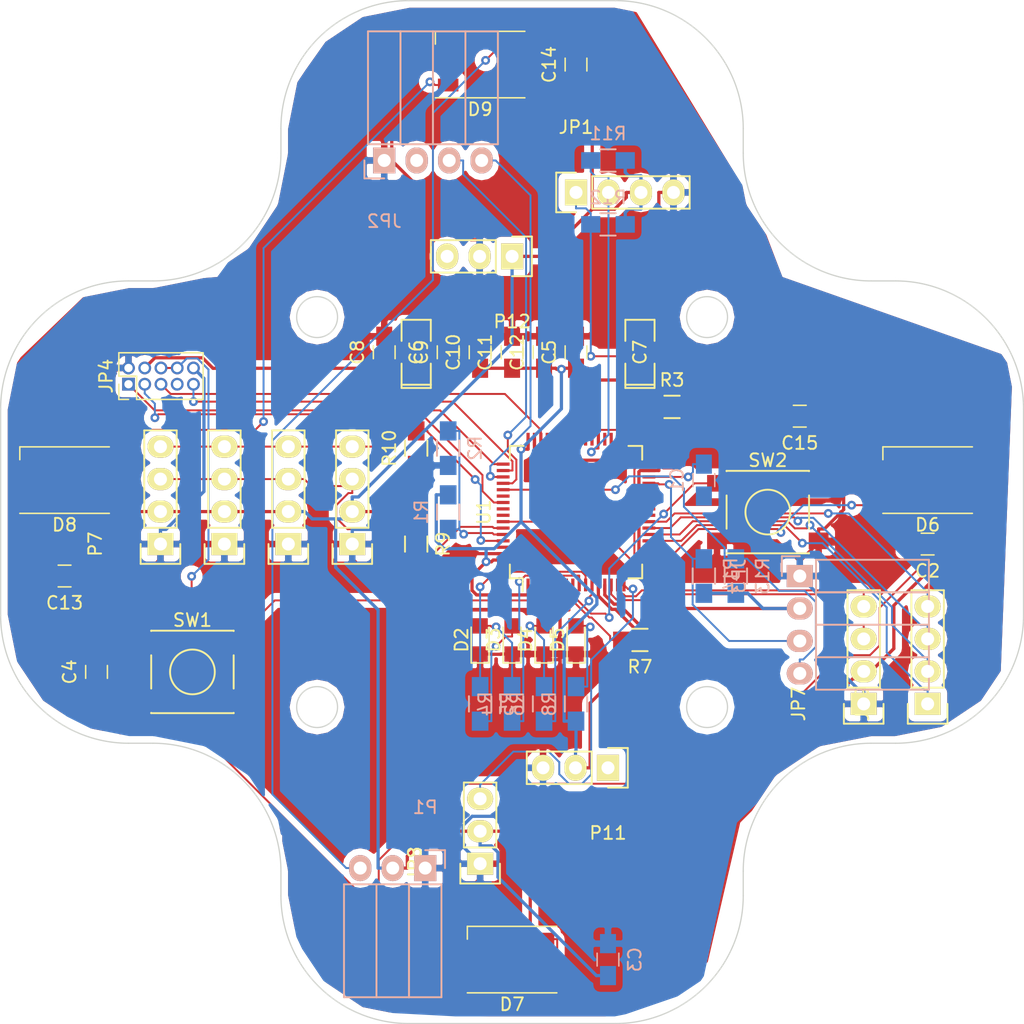
<source format=kicad_pcb>
(kicad_pcb (version 4) (host pcbnew 4.0.4-stable)
  (layers (0 F.Cu signal) (31 B.Cu signal) (34 B.Paste user) (35 F.Paste user) (36 B.SilkS user) (37 F.SilkS user) (38 B.Mask user) (39 F.Mask user) (44 Edge.Cuts user))
  (net 0 "")
  (net 1 "Net-(C1-Pad1)")
  (net 2 "Net-(C1-Pad2)")
  (net 3 /5V)
  (net 4 GND)
  (net 5 /NRST)
  (net 6 /3.3V)
  (net 7 /PC0)
  (net 8 "Net-(D2-Pad2)")
  (net 9 "Net-(D3-Pad2)")
  (net 10 "Net-(D4-Pad2)")
  (net 11 "Net-(D5-Pad2)")
  (net 12 /DIN)
  (net 13 /DIN1)
  (net 14 /DIN2)
  (net 15 /DIN3)
  (net 16 "Net-(D9-Pad2)")
  (net 17 /SWCLK)
  (net 18 /SWO)
  (net 19 /SWDIO)
  (net 20 "Net-(JP4-Pad7)")
  (net 21 /SDI)
  (net 22 /BOOT0)
  (net 23 /PC1)
  (net 24 /PC2)
  (net 25 /PC3)
  (net 26 /SDA)
  (net 27 /SCL)
  (net 28 "Net-(JP1-Pad2)")
  (net 29 "Net-(JP1-Pad1)")
  (net 30 /I2C2SDA)
  (net 31 /I2C2SCL)
  (net 32 "Net-(U1-Pad2)")
  (net 33 "Net-(U1-Pad3)")
  (net 34 "Net-(U1-Pad4)")
  (net 35 "Net-(U1-Pad5)")
  (net 36 "Net-(U1-Pad6)")
  (net 37 /OUT)
  (net 38 /ENABLE)
  (net 39 "Net-(JP8-Pad3)")
  (net 40 "Net-(U1-Pad17)")
  (net 41 "Net-(U1-Pad19)")
  (net 42 "Net-(JP9-Pad1)")
  (net 43 "Net-(JP9-Pad2)")
  (net 44 "Net-(JP9-Pad3)")
  (net 45 "Net-(JP9-Pad4)")
  (net 46 "Net-(U1-Pad24)")
  (net 47 "Net-(U1-Pad25)")
  (net 48 "Net-(U1-Pad26)")
  (net 49 "Net-(U1-Pad27)")
  (net 50 "Net-(U1-Pad28)")
  (net 51 "Net-(U1-Pad33)")
  (net 52 "Net-(U1-Pad34)")
  (net 53 "Net-(U1-Pad35)")
  (net 54 "Net-(U1-Pad36)")
  (net 55 "Net-(U1-Pad39)")
  (net 56 "Net-(U1-Pad40)")
  (net 57 "Net-(U1-Pad41)")
  (net 58 "Net-(U1-Pad42)")
  (net 59 "Net-(U1-Pad43)")
  (net 60 "Net-(U1-Pad44)")
  (net 61 "Net-(U1-Pad45)")
  (net 62 /PC10)
  (net 63 /PC11)
  (net 64 "Net-(U1-Pad54)")
  (net 65 "Net-(U1-Pad56)")
  (net 66 "Net-(U1-Pad57)")
  (net 67 "Net-(U1-Pad62)")
  (net 68 "Net-(JP2-Pad2)")
  (net 69 "Net-(P11-Pad1)")
  (net 70 "Net-(P12-Pad3)")
  (module Capacitors_SMD:C_0805_HandSoldering (layer B.Cu) (at 130 102.5 270)
    (fp_text reference C1 (at 0 2.1 270) (layer B.SilkS) (effects (justify mirror)))
    (fp_text value 2.2nF)
    (pad 1 smd rect (at -1.25 0 270) (size 1.5 1.25) (layers B.Cu B.Paste B.Mask) (net 1 "Net-(C1-Pad1)"))
    (pad 2 smd rect (at 1.25 0 270) (size 1.5 1.25) (layers B.Cu B.Paste B.Mask) (net 2 "Net-(C1-Pad2)"))
  )
  (module Capacitors_SMD:C_0805_HandSoldering (layer F.Cu) (at 147.5 107.5 180)
    (fp_text reference C2 (at 0 -2.1 180) (layer F.SilkS))
    (fp_text value 0.1U)
    (pad 1 smd rect (at -1.25 0 180) (size 1.5 1.25) (layers F.Cu F.Paste F.Mask) (net 3 /5V))
    (pad 2 smd rect (at 1.25 0 180) (size 1.5 1.25) (layers F.Cu F.Paste F.Mask) (net 4 GND))
  )
  (module Capacitors_SMD:C_0805_HandSoldering (layer B.Cu) (at 122.5 140 90)
    (fp_text reference C3 (at 0 2.1 90) (layer B.SilkS) (effects (justify mirror)))
    (fp_text value 0.1U)
    (pad 1 smd rect (at -1.25 0 90) (size 1.5 1.25) (layers B.Cu B.Paste B.Mask) (net 3 /5V))
    (pad 2 smd rect (at 1.25 0 90) (size 1.5 1.25) (layers B.Cu B.Paste B.Mask) (net 4 GND))
  )
  (module Capacitors_SMD:C_0805_HandSoldering (layer F.Cu) (at 82.5 117.5 90)
    (fp_text reference C4 (at 0 -2.1 90) (layer F.SilkS))
    (fp_text value 100nF)
    (pad 1 smd rect (at -1.25 0 90) (size 1.5 1.25) (layers F.Cu F.Paste F.Mask) (net 4 GND))
    (pad 2 smd rect (at 1.25 0 90) (size 1.5 1.25) (layers F.Cu F.Paste F.Mask) (net 5 /NRST))
  )
  (module Capacitors_SMD:C_0805_HandSoldering (layer F.Cu) (at 120 92.5 90)
    (fp_text reference C5 (at 0 -2.1 90) (layer F.SilkS))
    (fp_text value 100nF)
    (pad 1 smd rect (at -1.25 0 90) (size 1.5 1.25) (layers F.Cu F.Paste F.Mask) (net 6 /3.3V))
    (pad 2 smd rect (at 1.25 0 90) (size 1.5 1.25) (layers F.Cu F.Paste F.Mask) (net 4 GND))
  )
  (module SMD_Packages:SMD-1206_Pol (layer F.Cu) (at 107.5 92.5 90)
    (fp_text reference C6 (at 0 0 90) (layer F.SilkS))
    (fp_text value 1U)
    (pad 1 smd rect (at -1.651 0 90) (size 1.524 2.032) (layers F.Cu F.Paste F.Mask) (net 6 /3.3V))
    (pad 2 smd rect (at 1.651 0 90) (size 1.524 2.032) (layers F.Cu F.Paste F.Mask) (net 4 GND))
  )
  (module SMD_Packages:SMD-1206_Pol (layer F.Cu) (at 125 92.5 90)
    (fp_text reference C7 (at 0 0 90) (layer F.SilkS))
    (fp_text value 4.7U)
    (pad 1 smd rect (at -1.651 0 90) (size 1.524 2.032) (layers F.Cu F.Paste F.Mask) (net 6 /3.3V))
    (pad 2 smd rect (at 1.651 0 90) (size 1.524 2.032) (layers F.Cu F.Paste F.Mask) (net 4 GND))
  )
  (module Capacitors_SMD:C_0805_HandSoldering (layer F.Cu) (at 105 92.5 90)
    (fp_text reference C8 (at 0 -2.1 90) (layer F.SilkS))
    (fp_text value 0.1U)
    (pad 1 smd rect (at -1.25 0 90) (size 1.5 1.25) (layers F.Cu F.Paste F.Mask) (net 6 /3.3V))
    (pad 2 smd rect (at 1.25 0 90) (size 1.5 1.25) (layers F.Cu F.Paste F.Mask) (net 4 GND))
  )
  (module Capacitors_SMD:C_0805_HandSoldering (layer F.Cu) (at 110 92.5 90)
    (fp_text reference C9 (at 0 -2.1 90) (layer F.SilkS))
    (fp_text value 0.1U)
    (pad 1 smd rect (at -1.25 0 90) (size 1.5 1.25) (layers F.Cu F.Paste F.Mask) (net 6 /3.3V))
    (pad 2 smd rect (at 1.25 0 90) (size 1.5 1.25) (layers F.Cu F.Paste F.Mask) (net 4 GND))
  )
  (module Capacitors_SMD:C_0805_HandSoldering (layer F.Cu) (at 112.5 92.5 90)
    (fp_text reference C10 (at 0 -2.1 90) (layer F.SilkS))
    (fp_text value 0.1U)
    (pad 1 smd rect (at -1.25 0 90) (size 1.5 1.25) (layers F.Cu F.Paste F.Mask) (net 6 /3.3V))
    (pad 2 smd rect (at 1.25 0 90) (size 1.5 1.25) (layers F.Cu F.Paste F.Mask) (net 4 GND))
  )
  (module Capacitors_SMD:C_0805_HandSoldering (layer F.Cu) (at 115 92.5 90)
    (fp_text reference C11 (at 0 -2.1 90) (layer F.SilkS))
    (fp_text value 0.1U)
    (pad 1 smd rect (at -1.25 0 90) (size 1.5 1.25) (layers F.Cu F.Paste F.Mask) (net 6 /3.3V))
    (pad 2 smd rect (at 1.25 0 90) (size 1.5 1.25) (layers F.Cu F.Paste F.Mask) (net 4 GND))
  )
  (module Capacitors_SMD:C_0805_HandSoldering (layer F.Cu) (at 117.5 92.5 90)
    (fp_text reference C12 (at 0 -2.1 90) (layer F.SilkS))
    (fp_text value 0.1U)
    (pad 1 smd rect (at -1.25 0 90) (size 1.5 1.25) (layers F.Cu F.Paste F.Mask) (net 6 /3.3V))
    (pad 2 smd rect (at 1.25 0 90) (size 1.5 1.25) (layers F.Cu F.Paste F.Mask) (net 4 GND))
  )
  (module Capacitors_SMD:C_0805_HandSoldering (layer F.Cu) (at 80 110 180)
    (fp_text reference C13 (at 0 -2.1 180) (layer F.SilkS))
    (fp_text value 0.1U)
    (pad 1 smd rect (at -1.25 0 180) (size 1.5 1.25) (layers F.Cu F.Paste F.Mask) (net 3 /5V))
    (pad 2 smd rect (at 1.25 0 180) (size 1.5 1.25) (layers F.Cu F.Paste F.Mask) (net 4 GND))
  )
  (module Capacitors_SMD:C_0805_HandSoldering (layer F.Cu) (at 120 70 90)
    (fp_text reference C14 (at 0 -2.1 90) (layer F.SilkS))
    (fp_text value 0.1U)
    (pad 1 smd rect (at -1.25 0 90) (size 1.5 1.25) (layers F.Cu F.Paste F.Mask) (net 3 /5V))
    (pad 2 smd rect (at 1.25 0 90) (size 1.5 1.25) (layers F.Cu F.Paste F.Mask) (net 4 GND))
  )
  (module Capacitors_SMD:C_0805_HandSoldering (layer F.Cu) (at 137.5 97.5 180)
    (fp_text reference C15 (at 0 -2.1 180) (layer F.SilkS))
    (fp_text value 100nF)
    (pad 1 smd rect (at -1.25 0 180) (size 1.5 1.25) (layers F.Cu F.Paste F.Mask) (net 4 GND))
    (pad 2 smd rect (at 1.25 0 180) (size 1.5 1.25) (layers F.Cu F.Paste F.Mask) (net 7 /PC0))
  )
  (module LEDs:LED_0805 (layer F.Cu) (at 112.5 115 90)
    (fp_text reference D2 (at 0 -1.45 90) (layer F.SilkS))
    (fp_text value LED)
    (pad 2 smd rect (at 1.1 0 270) (size 1.2 1.2) (layers F.Cu F.Paste F.Mask) (net 8 "Net-(D2-Pad2)"))
    (pad 1 smd rect (at -1.1 0 270) (size 1.2 1.2) (layers F.Cu F.Paste F.Mask) (net 4 GND))
  )
  (module LEDs:LED_0805 (layer F.Cu) (at 115 115 90)
    (fp_text reference D3 (at 0 -1.45 90) (layer F.SilkS))
    (fp_text value LED)
    (pad 2 smd rect (at 1.1 0 270) (size 1.2 1.2) (layers F.Cu F.Paste F.Mask) (net 9 "Net-(D3-Pad2)"))
    (pad 1 smd rect (at -1.1 0 270) (size 1.2 1.2) (layers F.Cu F.Paste F.Mask) (net 4 GND))
  )
  (module LEDs:LED_0805 (layer F.Cu) (at 117.5 115 90)
    (fp_text reference D4 (at 0 -1.45 90) (layer F.SilkS))
    (fp_text value LED)
    (pad 2 smd rect (at 1.1 0 270) (size 1.2 1.2) (layers F.Cu F.Paste F.Mask) (net 10 "Net-(D4-Pad2)"))
    (pad 1 smd rect (at -1.1 0 270) (size 1.2 1.2) (layers F.Cu F.Paste F.Mask) (net 4 GND))
  )
  (module LEDs:LED_0805 (layer F.Cu) (at 120 115 90)
    (fp_text reference D5 (at 0 -1.45 90) (layer F.SilkS))
    (fp_text value LED)
    (pad 2 smd rect (at 1.1 0 270) (size 1.2 1.2) (layers F.Cu F.Paste F.Mask) (net 11 "Net-(D5-Pad2)"))
    (pad 1 smd rect (at -1.1 0 270) (size 1.2 1.2) (layers F.Cu F.Paste F.Mask) (net 4 GND))
  )
  (module LEDs:LED_WS2812B-PLCC4 (layer F.Cu) (at 147.5 102.5 180)
    (fp_text reference D6 (at 0 -3.5 180) (layer F.SilkS))
    (fp_text value WS2812B)
    (pad 3 smd rect (at 2.5 1.6 180) (size 1.6 1) (layers F.Cu F.Paste F.Mask) (net 4 GND))
    (pad 4 smd rect (at 2.5 -1.6 180) (size 1.6 1) (layers F.Cu F.Paste F.Mask) (net 12 /DIN))
    (pad 2 smd rect (at -2.5 1.6 180) (size 1.6 1) (layers F.Cu F.Paste F.Mask) (net 13 /DIN1))
    (pad 1 smd rect (at -2.5 -1.6 180) (size 1.6 1) (layers F.Cu F.Paste F.Mask) (net 3 /5V))
  )
  (module LEDs:LED_WS2812B-PLCC4 (layer F.Cu) (at 115 140 180)
    (fp_text reference D7 (at 0 -3.5 180) (layer F.SilkS))
    (fp_text value WS2812B)
    (pad 3 smd rect (at 2.5 1.6 180) (size 1.6 1) (layers F.Cu F.Paste F.Mask) (net 4 GND))
    (pad 4 smd rect (at 2.5 -1.6 180) (size 1.6 1) (layers F.Cu F.Paste F.Mask) (net 13 /DIN1))
    (pad 2 smd rect (at -2.5 1.6 180) (size 1.6 1) (layers F.Cu F.Paste F.Mask) (net 14 /DIN2))
    (pad 1 smd rect (at -2.5 -1.6 180) (size 1.6 1) (layers F.Cu F.Paste F.Mask) (net 3 /5V))
  )
  (module LEDs:LED_WS2812B-PLCC4 (layer F.Cu) (at 80 102.5 180)
    (fp_text reference D8 (at 0 -3.5 180) (layer F.SilkS))
    (fp_text value WS2812B)
    (pad 3 smd rect (at 2.5 1.6 180) (size 1.6 1) (layers F.Cu F.Paste F.Mask) (net 4 GND))
    (pad 4 smd rect (at 2.5 -1.6 180) (size 1.6 1) (layers F.Cu F.Paste F.Mask) (net 14 /DIN2))
    (pad 2 smd rect (at -2.5 1.6 180) (size 1.6 1) (layers F.Cu F.Paste F.Mask) (net 15 /DIN3))
    (pad 1 smd rect (at -2.5 -1.6 180) (size 1.6 1) (layers F.Cu F.Paste F.Mask) (net 3 /5V))
  )
  (module LEDs:LED_WS2812B-PLCC4 (layer F.Cu) (at 112.5 70 180)
    (fp_text reference D9 (at 0 -3.5 180) (layer F.SilkS))
    (fp_text value WS2812B)
    (pad 3 smd rect (at 2.5 1.6 180) (size 1.6 1) (layers F.Cu F.Paste F.Mask) (net 4 GND))
    (pad 4 smd rect (at 2.5 -1.6 180) (size 1.6 1) (layers F.Cu F.Paste F.Mask) (net 15 /DIN3))
    (pad 2 smd rect (at -2.5 1.6 180) (size 1.6 1) (layers F.Cu F.Paste F.Mask) (net 16 "Net-(D9-Pad2)"))
    (pad 1 smd rect (at -2.5 -1.6 180) (size 1.6 1) (layers F.Cu F.Paste F.Mask) (net 3 /5V))
  )
  (module Socket_Stripsss:Socket_Strip_Straight_1x04 (layer F.Cu) (at 120 80)
    (fp_text reference JP1 (at 0 -5.1) (layer F.SilkS))
    (fp_text value OPTICAL-FLOW)
    (pad 1 thru_hole rect (at 0 0) (size 1.7272 2.032) (drill 1.016) (layers *.Cu *.Mask F.SilkS) (net 29 "Net-(JP1-Pad1)"))
    (pad 2 thru_hole oval (at 2.54 0) (size 1.7272 2.032) (drill 1.016) (layers *.Cu *.Mask F.SilkS) (net 28 "Net-(JP1-Pad2)"))
    (pad 3 thru_hole oval (at 5.08 0) (size 1.7272 2.032) (drill 1.016) (layers *.Cu *.Mask F.SilkS) (net 3 /5V))
    (pad 4 thru_hole oval (at 7.62 0) (size 1.7272 2.032) (drill 1.016) (layers *.Cu *.Mask F.SilkS) (net 4 GND))
  )
  (module Socket_Stripsss:Socket_Strip_Angled_1x04 (layer B.Cu) (at 105 77.5)
    (fp_text reference JP2 (at 0 4.75) (layer B.SilkS) (effects (justify mirror)))
    (fp_text value AUTOPILOT)
    (pad 1 thru_hole rect (at 0 0) (size 1.7272 2.032) (drill 1.016) (layers *.Cu *.Mask B.SilkS) (net 4 GND))
    (pad 2 thru_hole oval (at 2.54 0) (size 1.7272 2.032) (drill 1.016) (layers *.Cu *.Mask B.SilkS) (net 68 "Net-(JP2-Pad2)"))
    (pad 3 thru_hole oval (at 5.08 0) (size 1.7272 2.032) (drill 1.016) (layers *.Cu *.Mask B.SilkS) (net 63 /PC11))
    (pad 4 thru_hole oval (at 7.62 0) (size 1.7272 2.032) (drill 1.016) (layers *.Cu *.Mask B.SilkS) (net 62 /PC10))
  )
  (module Socket_Stripsss:Socket_Strip_Angled_1x04 (layer B.Cu) (at 137.5 110 270)
    (fp_text reference JP3 (at 0 4.75 270) (layer B.SilkS) (effects (justify mirror)))
    (fp_text value ILLUMINSENSORI2C2)
    (pad 1 thru_hole rect (at 0 0 270) (size 1.7272 2.032) (drill 1.016) (layers *.Cu *.Mask B.SilkS) (net 4 GND))
    (pad 2 thru_hole oval (at 2.54 0 270) (size 1.7272 2.032) (drill 1.016) (layers *.Cu *.Mask B.SilkS) (net 6 /3.3V))
    (pad 3 thru_hole oval (at 5.08 0 270) (size 1.7272 2.032) (drill 1.016) (layers *.Cu *.Mask B.SilkS) (net 31 /I2C2SCL))
    (pad 4 thru_hole oval (at 7.62 0 270) (size 1.7272 2.032) (drill 1.016) (layers *.Cu *.Mask B.SilkS) (net 30 /I2C2SDA))
  )
  (module Pin_Headers:Pin_Header_Straight_2x05_Pitch1.27mm (layer F.Cu) (at 85 95 90)
    (fp_text reference JP4 (at 0.635 -1.755 90) (layer F.SilkS))
    (fp_text value JTAG)
    (pad 1 thru_hole rect (at 0 0 90) (size 1 1) (drill 0.65) (layers *.Cu *.Mask) (net 17 /SWCLK))
    (pad 2 thru_hole oval (at 1.27 0 90) (size 1 1) (drill 0.65) (layers *.Cu *.Mask) (net 4 GND))
    (pad 3 thru_hole oval (at 0 1.27 90) (size 1 1) (drill 0.65) (layers *.Cu *.Mask) (net 18 /SWO))
    (pad 4 thru_hole oval (at 1.27 1.27 90) (size 1 1) (drill 0.65) (layers *.Cu *.Mask) (net 6 /3.3V))
    (pad 5 thru_hole oval (at 0 2.54 90) (size 1 1) (drill 0.65) (layers *.Cu *.Mask) (net 19 /SWDIO))
    (pad 6 thru_hole oval (at 1.27 2.54 90) (size 1 1) (drill 0.65) (layers *.Cu *.Mask) (net 5 /NRST))
    (pad 7 thru_hole oval (at 0 3.81 90) (size 1 1) (drill 0.65) (layers *.Cu *.Mask) (net 20 "Net-(JP4-Pad7)"))
    (pad 8 thru_hole oval (at 1.27 3.81 90) (size 1 1) (drill 0.65) (layers *.Cu *.Mask) (net 5 /NRST))
    (pad 9 thru_hole oval (at 0 5.08 90) (size 1 1) (drill 0.65) (layers *.Cu *.Mask) (net 21 /SDI))
    (pad 10 thru_hole oval (at 1.27 5.08 90) (size 1 1) (drill 0.65) (layers *.Cu *.Mask) (net 4 GND))
  )
  (module Resistors_SMD:R_0805_HandSoldering (layer B.Cu) (at 110 105 270)
    (fp_text reference R1 (at 0 2.1 270) (layer B.SilkS) (effects (justify mirror)))
    (fp_text value 4.7KE)
    (pad 1 smd rect (at -1.35 0 270) (size 1.5 1.3) (layers B.Cu B.Paste B.Mask) (net 6 /3.3V))
    (pad 2 smd rect (at 1.35 0 270) (size 1.5 1.3) (layers B.Cu B.Paste B.Mask) (net 22 /BOOT0))
  )
  (module Resistors_SMD:R_0805_HandSoldering (layer B.Cu) (at 110 100 90)
    (fp_text reference R2 (at 0 2.1 90) (layer B.SilkS) (effects (justify mirror)))
    (fp_text value 4.7KE)
    (pad 1 smd rect (at -1.35 0 90) (size 1.5 1.3) (layers B.Cu B.Paste B.Mask) (net 4 GND))
    (pad 2 smd rect (at 1.35 0 90) (size 1.5 1.3) (layers B.Cu B.Paste B.Mask) (net 22 /BOOT0))
  )
  (module Resistors_SMD:R_0805_HandSoldering (layer F.Cu) (at 127.508 96.774)
    (fp_text reference R3 (at 0 -2.1) (layer F.SilkS))
    (fp_text value 10KE)
    (pad 1 smd rect (at -1.35 0) (size 1.5 1.3) (layers F.Cu F.Paste F.Mask) (net 6 /3.3V))
    (pad 2 smd rect (at 1.35 0) (size 1.5 1.3) (layers F.Cu F.Paste F.Mask) (net 7 /PC0))
  )
  (module Resistors_SMD:R_0805_HandSoldering (layer B.Cu) (at 115 120 270)
    (fp_text reference R4 (at 0 2.1 270) (layer B.SilkS) (effects (justify mirror)))
    (fp_text value 470E)
    (pad 1 smd rect (at -1.35 0 270) (size 1.5 1.3) (layers B.Cu B.Paste B.Mask) (net 8 "Net-(D2-Pad2)"))
    (pad 2 smd rect (at 1.35 0 270) (size 1.5 1.3) (layers B.Cu B.Paste B.Mask) (net 23 /PC1))
  )
  (module Resistors_SMD:R_0805_HandSoldering (layer B.Cu) (at 112.5 120 90)
    (fp_text reference R5 (at 0 2.1 90) (layer B.SilkS) (effects (justify mirror)))
    (fp_text value 470E)
    (pad 1 smd rect (at -1.35 0 90) (size 1.5 1.3) (layers B.Cu B.Paste B.Mask) (net 9 "Net-(D3-Pad2)"))
    (pad 2 smd rect (at 1.35 0 90) (size 1.5 1.3) (layers B.Cu B.Paste B.Mask) (net 24 /PC2))
  )
  (module Resistors_SMD:R_0805_HandSoldering (layer B.Cu) (at 117.5 120 270)
    (fp_text reference R6 (at 0 2.1 270) (layer B.SilkS) (effects (justify mirror)))
    (fp_text value 470E)
    (pad 1 smd rect (at -1.35 0 270) (size 1.5 1.3) (layers B.Cu B.Paste B.Mask) (net 10 "Net-(D4-Pad2)"))
    (pad 2 smd rect (at 1.35 0 270) (size 1.5 1.3) (layers B.Cu B.Paste B.Mask) (net 25 /PC3))
  )
  (module Resistors_SMD:R_0805_HandSoldering (layer F.Cu) (at 125 115 180)
    (fp_text reference R7 (at 0 -2.1 180) (layer F.SilkS))
    (fp_text value 10KE)
    (pad 1 smd rect (at -1.35 0 180) (size 1.5 1.3) (layers F.Cu F.Paste F.Mask) (net 6 /3.3V))
    (pad 2 smd rect (at 1.35 0 180) (size 1.5 1.3) (layers F.Cu F.Paste F.Mask) (net 5 /NRST))
  )
  (module Resistors_SMD:R_0805_HandSoldering (layer B.Cu) (at 120 120 270)
    (fp_text reference R8 (at 0 2.1 270) (layer B.SilkS) (effects (justify mirror)))
    (fp_text value 470E)
    (pad 1 smd rect (at -1.35 0 270) (size 1.5 1.3) (layers B.Cu B.Paste B.Mask) (net 11 "Net-(D5-Pad2)"))
    (pad 2 smd rect (at 1.35 0 270) (size 1.5 1.3) (layers B.Cu B.Paste B.Mask) (net 6 /3.3V))
  )
  (module Resistors_SMD:R_0805_HandSoldering (layer F.Cu) (at 107.5 107.5 270)
    (fp_text reference R9 (at 0 -2.1 270) (layer F.SilkS))
    (fp_text value 4.7KE)
    (pad 1 smd rect (at -1.35 0 270) (size 1.5 1.3) (layers F.Cu F.Paste F.Mask) (net 3 /5V))
    (pad 2 smd rect (at 1.35 0 270) (size 1.5 1.3) (layers F.Cu F.Paste F.Mask) (net 26 /SDA))
  )
  (module Resistors_SMD:R_0805_HandSoldering (layer F.Cu) (at 107.5 100 90)
    (fp_text reference R10 (at 0 -2.1 90) (layer F.SilkS))
    (fp_text value 4.7KE)
    (pad 1 smd rect (at -1.35 0 90) (size 1.5 1.3) (layers F.Cu F.Paste F.Mask) (net 3 /5V))
    (pad 2 smd rect (at 1.35 0 90) (size 1.5 1.3) (layers F.Cu F.Paste F.Mask) (net 27 /SCL))
  )
  (module Resistors_SMD:R_0805_HandSoldering (layer B.Cu) (at 122.5 77.5 180)
    (fp_text reference R11 (at 0 2.1 180) (layer B.SilkS) (effects (justify mirror)))
    (fp_text value 4.7KE)
    (pad 1 smd rect (at -1.35 0 180) (size 1.5 1.3) (layers B.Cu B.Paste B.Mask) (net 3 /5V))
    (pad 2 smd rect (at 1.35 0 180) (size 1.5 1.3) (layers B.Cu B.Paste B.Mask) (net 28 "Net-(JP1-Pad2)"))
  )
  (module Resistors_SMD:R_0805_HandSoldering (layer B.Cu) (at 122.5 82.5 180)
    (fp_text reference R12 (at 0 2.1 180) (layer B.SilkS) (effects (justify mirror)))
    (fp_text value 4.7KE)
    (pad 1 smd rect (at -1.35 0 180) (size 1.5 1.3) (layers B.Cu B.Paste B.Mask) (net 3 /5V))
    (pad 2 smd rect (at 1.35 0 180) (size 1.5 1.3) (layers B.Cu B.Paste B.Mask) (net 29 "Net-(JP1-Pad1)"))
  )
  (module Resistors_SMD:R_0805_HandSoldering (layer B.Cu) (at 132.5 110 90)
    (fp_text reference R13 (at 0 2.1 90) (layer B.SilkS) (effects (justify mirror)))
    (fp_text value 4.7KE)
    (pad 1 smd rect (at -1.35 0 90) (size 1.5 1.3) (layers B.Cu B.Paste B.Mask) (net 6 /3.3V))
    (pad 2 smd rect (at 1.35 0 90) (size 1.5 1.3) (layers B.Cu B.Paste B.Mask) (net 30 /I2C2SDA))
  )
  (module Resistors_SMD:R_0805_HandSoldering (layer B.Cu) (at 130 110 90)
    (fp_text reference R14 (at 0 2.1 90) (layer B.SilkS) (effects (justify mirror)))
    (fp_text value 4.7KE)
    (pad 1 smd rect (at -1.35 0 90) (size 1.5 1.3) (layers B.Cu B.Paste B.Mask) (net 6 /3.3V))
    (pad 2 smd rect (at 1.35 0 90) (size 1.5 1.3) (layers B.Cu B.Paste B.Mask) (net 31 /I2C2SCL))
  )
  (module Buttons_Switches_SMD:SW_SPST_PTS645 (layer F.Cu) (at 90 117.5)
    (fp_text reference SW1 (at 0 -4.05) (layer F.SilkS))
    (fp_text value SW_PUSH)
    (pad 2 smd rect (at -3.975 2.25) (size 1.55 1.3) (layers F.Cu F.Paste F.Mask) (net 4 GND))
    (pad 1 smd rect (at -3.975 -2.25) (size 1.55 1.3) (layers F.Cu F.Paste F.Mask) (net 5 /NRST))
    (pad 1 smd rect (at 3.975 -2.25) (size 1.55 1.3) (layers F.Cu F.Paste F.Mask) (net 5 /NRST))
    (pad 2 smd rect (at 3.975 2.25) (size 1.55 1.3) (layers F.Cu F.Paste F.Mask) (net 4 GND))
  )
  (module Buttons_Switches_SMD:SW_SPST_PTS645 (layer F.Cu) (at 135 105)
    (fp_text reference SW2 (at 0 -4.05) (layer F.SilkS))
    (fp_text value SW_PUSH)
    (pad 2 smd rect (at -3.975 2.25) (size 1.55 1.3) (layers F.Cu F.Paste F.Mask) (net 4 GND))
    (pad 1 smd rect (at -3.975 -2.25) (size 1.55 1.3) (layers F.Cu F.Paste F.Mask) (net 7 /PC0))
    (pad 1 smd rect (at 3.975 -2.25) (size 1.55 1.3) (layers F.Cu F.Paste F.Mask) (net 7 /PC0))
    (pad 2 smd rect (at 3.975 2.25) (size 1.55 1.3) (layers F.Cu F.Paste F.Mask) (net 4 GND))
  )
  (module Housings_QFP:LQFP-64_10x10mm_Pitch0.5mm (layer F.Cu) (at 120 105 90)
    (fp_text reference U1 (at 0 -7.2 90) (layer F.SilkS))
    (fp_text value STM32F446RETx)
    (pad 1 smd rect (at -5.7 -3.75 90) (size 1 0.25) (layers F.Cu F.Paste F.Mask) (net 6 /3.3V))
    (pad 2 smd rect (at -5.7 -3.25 90) (size 1 0.25) (layers F.Cu F.Paste F.Mask) (net 32 "Net-(U1-Pad2)"))
    (pad 3 smd rect (at -5.7 -2.75 90) (size 1 0.25) (layers F.Cu F.Paste F.Mask) (net 33 "Net-(U1-Pad3)"))
    (pad 4 smd rect (at -5.7 -2.25 90) (size 1 0.25) (layers F.Cu F.Paste F.Mask) (net 34 "Net-(U1-Pad4)"))
    (pad 5 smd rect (at -5.7 -1.75 90) (size 1 0.25) (layers F.Cu F.Paste F.Mask) (net 35 "Net-(U1-Pad5)"))
    (pad 6 smd rect (at -5.7 -1.25 90) (size 1 0.25) (layers F.Cu F.Paste F.Mask) (net 36 "Net-(U1-Pad6)"))
    (pad 7 smd rect (at -5.7 -0.75 90) (size 1 0.25) (layers F.Cu F.Paste F.Mask) (net 5 /NRST))
    (pad 8 smd rect (at -5.7 -0.25 90) (size 1 0.25) (layers F.Cu F.Paste F.Mask) (net 7 /PC0))
    (pad 9 smd rect (at -5.7 0.25 90) (size 1 0.25) (layers F.Cu F.Paste F.Mask) (net 23 /PC1))
    (pad 10 smd rect (at -5.7 0.75 90) (size 1 0.25) (layers F.Cu F.Paste F.Mask) (net 24 /PC2))
    (pad 11 smd rect (at -5.7 1.25 90) (size 1 0.25) (layers F.Cu F.Paste F.Mask) (net 25 /PC3))
    (pad 12 smd rect (at -5.7 1.75 90) (size 1 0.25) (layers F.Cu F.Paste F.Mask) (net 4 GND))
    (pad 13 smd rect (at -5.7 2.25 90) (size 1 0.25) (layers F.Cu F.Paste F.Mask) (net 6 /3.3V))
    (pad 14 smd rect (at -5.7 2.75 90) (size 1 0.25) (layers F.Cu F.Paste F.Mask) (net 37 /OUT))
    (pad 15 smd rect (at -5.7 3.25 90) (size 1 0.25) (layers F.Cu F.Paste F.Mask) (net 38 /ENABLE))
    (pad 16 smd rect (at -5.7 3.75 90) (size 1 0.25) (layers F.Cu F.Paste F.Mask) (net 39 "Net-(JP8-Pad3)"))
    (pad 17 smd rect (at -3.75 5.7 180) (size 1 0.25) (layers F.Cu F.Paste F.Mask) (net 40 "Net-(U1-Pad17)"))
    (pad 18 smd rect (at -3.25 5.7 180) (size 1 0.25) (layers F.Cu F.Paste F.Mask) (net 4 GND))
    (pad 19 smd rect (at -2.75 5.7 180) (size 1 0.25) (layers F.Cu F.Paste F.Mask) (net 41 "Net-(U1-Pad19)"))
    (pad 20 smd rect (at -2.25 5.7 180) (size 1 0.25) (layers F.Cu F.Paste F.Mask) (net 42 "Net-(JP9-Pad1)"))
    (pad 21 smd rect (at -1.75 5.7 180) (size 1 0.25) (layers F.Cu F.Paste F.Mask) (net 43 "Net-(JP9-Pad2)"))
    (pad 22 smd rect (at -1.25 5.7 180) (size 1 0.25) (layers F.Cu F.Paste F.Mask) (net 44 "Net-(JP9-Pad3)"))
    (pad 23 smd rect (at -0.75 5.7 180) (size 1 0.25) (layers F.Cu F.Paste F.Mask) (net 45 "Net-(JP9-Pad4)"))
    (pad 24 smd rect (at -0.25 5.7 180) (size 1 0.25) (layers F.Cu F.Paste F.Mask) (net 46 "Net-(U1-Pad24)"))
    (pad 25 smd rect (at 0.25 5.7 180) (size 1 0.25) (layers F.Cu F.Paste F.Mask) (net 47 "Net-(U1-Pad25)"))
    (pad 26 smd rect (at 0.75 5.7 180) (size 1 0.25) (layers F.Cu F.Paste F.Mask) (net 48 "Net-(U1-Pad26)"))
    (pad 27 smd rect (at 1.25 5.7 180) (size 1 0.25) (layers F.Cu F.Paste F.Mask) (net 49 "Net-(U1-Pad27)"))
    (pad 28 smd rect (at 1.75 5.7 180) (size 1 0.25) (layers F.Cu F.Paste F.Mask) (net 50 "Net-(U1-Pad28)"))
    (pad 29 smd rect (at 2.25 5.7 180) (size 1 0.25) (layers F.Cu F.Paste F.Mask) (net 31 /I2C2SCL))
    (pad 30 smd rect (at 2.75 5.7 180) (size 1 0.25) (layers F.Cu F.Paste F.Mask) (net 1 "Net-(C1-Pad1)"))
    (pad 31 smd rect (at 3.25 5.7 180) (size 1 0.25) (layers F.Cu F.Paste F.Mask) (net 4 GND))
    (pad 32 smd rect (at 3.75 5.7 180) (size 1 0.25) (layers F.Cu F.Paste F.Mask) (net 41 "Net-(U1-Pad19)"))
    (pad 33 smd rect (at 5.7 3.75 90) (size 1 0.25) (layers F.Cu F.Paste F.Mask) (net 51 "Net-(U1-Pad33)"))
    (pad 34 smd rect (at 5.7 3.25 90) (size 1 0.25) (layers F.Cu F.Paste F.Mask) (net 52 "Net-(U1-Pad34)"))
    (pad 35 smd rect (at 5.7 2.75 90) (size 1 0.25) (layers F.Cu F.Paste F.Mask) (net 53 "Net-(U1-Pad35)"))
    (pad 36 smd rect (at 5.7 2.25 90) (size 1 0.25) (layers F.Cu F.Paste F.Mask) (net 54 "Net-(U1-Pad36)"))
    (pad 37 smd rect (at 5.7 1.75 90) (size 1 0.25) (layers F.Cu F.Paste F.Mask) (net 28 "Net-(JP1-Pad2)"))
    (pad 38 smd rect (at 5.7 1.25 90) (size 1 0.25) (layers F.Cu F.Paste F.Mask) (net 29 "Net-(JP1-Pad1)"))
    (pad 39 smd rect (at 5.7 0.75 90) (size 1 0.25) (layers F.Cu F.Paste F.Mask) (net 55 "Net-(U1-Pad39)"))
    (pad 40 smd rect (at 5.7 0.25 90) (size 1 0.25) (layers F.Cu F.Paste F.Mask) (net 56 "Net-(U1-Pad40)"))
    (pad 41 smd rect (at 5.7 -0.25 90) (size 1 0.25) (layers F.Cu F.Paste F.Mask) (net 57 "Net-(U1-Pad41)"))
    (pad 42 smd rect (at 5.7 -0.75 90) (size 1 0.25) (layers F.Cu F.Paste F.Mask) (net 58 "Net-(U1-Pad42)"))
    (pad 43 smd rect (at 5.7 -1.25 90) (size 1 0.25) (layers F.Cu F.Paste F.Mask) (net 59 "Net-(U1-Pad43)"))
    (pad 44 smd rect (at 5.7 -1.75 90) (size 1 0.25) (layers F.Cu F.Paste F.Mask) (net 60 "Net-(U1-Pad44)"))
    (pad 45 smd rect (at 5.7 -2.25 90) (size 1 0.25) (layers F.Cu F.Paste F.Mask) (net 61 "Net-(U1-Pad45)"))
    (pad 46 smd rect (at 5.7 -2.75 90) (size 1 0.25) (layers F.Cu F.Paste F.Mask) (net 19 /SWDIO))
    (pad 47 smd rect (at 5.7 -3.25 90) (size 1 0.25) (layers F.Cu F.Paste F.Mask) (net 4 GND))
    (pad 48 smd rect (at 5.7 -3.75 90) (size 1 0.25) (layers F.Cu F.Paste F.Mask) (net 6 /3.3V))
    (pad 49 smd rect (at 3.75 -5.7 180) (size 1 0.25) (layers F.Cu F.Paste F.Mask) (net 17 /SWCLK))
    (pad 50 smd rect (at 3.25 -5.7 180) (size 1 0.25) (layers F.Cu F.Paste F.Mask) (net 21 /SDI))
    (pad 51 smd rect (at 2.75 -5.7 180) (size 1 0.25) (layers F.Cu F.Paste F.Mask) (net 62 /PC10))
    (pad 52 smd rect (at 2.25 -5.7 180) (size 1 0.25) (layers F.Cu F.Paste F.Mask) (net 63 /PC11))
    (pad 53 smd rect (at 1.75 -5.7 180) (size 1 0.25) (layers F.Cu F.Paste F.Mask) (net 30 /I2C2SDA))
    (pad 54 smd rect (at 1.25 -5.7 180) (size 1 0.25) (layers F.Cu F.Paste F.Mask) (net 64 "Net-(U1-Pad54)"))
    (pad 55 smd rect (at 0.75 -5.7 180) (size 1 0.25) (layers F.Cu F.Paste F.Mask) (net 18 /SWO))
    (pad 56 smd rect (at 0.25 -5.7 180) (size 1 0.25) (layers F.Cu F.Paste F.Mask) (net 65 "Net-(U1-Pad56)"))
    (pad 57 smd rect (at -0.25 -5.7 180) (size 1 0.25) (layers F.Cu F.Paste F.Mask) (net 66 "Net-(U1-Pad57)"))
    (pad 58 smd rect (at -0.75 -5.7 180) (size 1 0.25) (layers F.Cu F.Paste F.Mask) (net 12 /DIN))
    (pad 59 smd rect (at -1.25 -5.7 180) (size 1 0.25) (layers F.Cu F.Paste F.Mask) (net 26 /SDA))
    (pad 60 smd rect (at -1.75 -5.7 180) (size 1 0.25) (layers F.Cu F.Paste F.Mask) (net 22 /BOOT0))
    (pad 61 smd rect (at -2.25 -5.7 180) (size 1 0.25) (layers F.Cu F.Paste F.Mask) (net 27 /SCL))
    (pad 62 smd rect (at -2.75 -5.7 180) (size 1 0.25) (layers F.Cu F.Paste F.Mask) (net 67 "Net-(U1-Pad62)"))
    (pad 63 smd rect (at -3.25 -5.7 180) (size 1 0.25) (layers F.Cu F.Paste F.Mask) (net 4 GND))
    (pad 64 smd rect (at -3.75 -5.7 180) (size 1 0.25) (layers F.Cu F.Paste F.Mask) (net 6 /3.3V))
  )
  (module Socket_Stripsss:Socket_Strip_Straight_1x04 (layer F.Cu) (at 142.5 120 90)
    (fp_text reference JP7 (at 0 -5.1 90) (layer F.SilkS))
    (fp_text value "IR DISTANCE")
    (pad 1 thru_hole rect (at 0 0 90) (size 1.7272 2.032) (drill 1.016) (layers *.Cu *.Mask F.SilkS) (net 4 GND))
    (pad 2 thru_hole oval (at 2.54 0 90) (size 1.7272 2.032) (drill 1.016) (layers *.Cu *.Mask F.SilkS) (net 3 /5V))
    (pad 3 thru_hole oval (at 5.08 0 90) (size 1.7272 2.032) (drill 1.016) (layers *.Cu *.Mask F.SilkS) (net 37 /OUT))
    (pad 4 thru_hole oval (at 7.62 0 90) (size 1.7272 2.032) (drill 1.016) (layers *.Cu *.Mask F.SilkS) (net 38 /ENABLE))
  )
  (module Socket_Stripsss:Socket_Strip_Straight_1x03 (layer F.Cu) (at 112.5 132.5 90)
    (fp_text reference JP8 (at 0 -5.1 90) (layer F.SilkS))
    (fp_text value "CURENT SENSOR")
    (pad 1 thru_hole rect (at 0 0 90) (size 1.7272 2.032) (drill 1.016) (layers *.Cu *.Mask F.SilkS) (net 4 GND))
    (pad 2 thru_hole oval (at 2.54 0 90) (size 1.7272 2.032) (drill 1.016) (layers *.Cu *.Mask F.SilkS) (net 3 /5V))
    (pad 3 thru_hole oval (at 5.08 0 90) (size 1.7272 2.032) (drill 1.016) (layers *.Cu *.Mask F.SilkS) (net 39 "Net-(JP8-Pad3)"))
  )
  (module Socket_Stripsss:Socket_Strip_Straight_1x04 (layer F.Cu) (at 147.5 120 90)
    (fp_text reference JP9 (at 0 -5.1 90) (layer F.SilkS))
    (fp_text value "RANGING SENSOR")
    (pad 1 thru_hole rect (at 0 0 90) (size 1.7272 2.032) (drill 1.016) (layers *.Cu *.Mask F.SilkS) (net 42 "Net-(JP9-Pad1)"))
    (pad 2 thru_hole oval (at 2.54 0 90) (size 1.7272 2.032) (drill 1.016) (layers *.Cu *.Mask F.SilkS) (net 43 "Net-(JP9-Pad2)"))
    (pad 3 thru_hole oval (at 5.08 0 90) (size 1.7272 2.032) (drill 1.016) (layers *.Cu *.Mask F.SilkS) (net 44 "Net-(JP9-Pad3)"))
    (pad 4 thru_hole oval (at 7.62 0 90) (size 1.7272 2.032) (drill 1.016) (layers *.Cu *.Mask F.SilkS) (net 45 "Net-(JP9-Pad4)"))
  )
  (module Socket_Stripsss:Socket_Strip_Angled_1x03 (layer B.Cu) (at 108.204 132.842 180)
    (fp_text reference P1 (at 0 4.75 180) (layer B.SilkS) (effects (justify mirror)))
    (fp_text value "CONN WS2812")
    (pad 1 thru_hole rect (at 0 0 180) (size 1.7272 2.032) (drill 1.016) (layers *.Cu *.Mask B.SilkS) (net 4 GND))
    (pad 2 thru_hole oval (at 2.54 0 180) (size 1.7272 2.032) (drill 1.016) (layers *.Cu *.Mask B.SilkS) (net 3 /5V))
    (pad 3 thru_hole oval (at 5.08 0 180) (size 1.7272 2.032) (drill 1.016) (layers *.Cu *.Mask B.SilkS) (net 16 "Net-(D9-Pad2)"))
  )
  (module Socket_Stripsss:Socket_Strip_Straight_1x04 (layer F.Cu) (at 92.5 107.5 90)
    (fp_text reference P4 (at 0 -5.1 90) (layer F.SilkS))
    (fp_text value I2C-SONAR)
    (pad 1 thru_hole rect (at 0 0 90) (size 1.7272 2.032) (drill 1.016) (layers *.Cu *.Mask F.SilkS) (net 4 GND))
    (pad 2 thru_hole oval (at 2.54 0 90) (size 1.7272 2.032) (drill 1.016) (layers *.Cu *.Mask F.SilkS) (net 3 /5V))
    (pad 3 thru_hole oval (at 5.08 0 90) (size 1.7272 2.032) (drill 1.016) (layers *.Cu *.Mask F.SilkS) (net 26 /SDA))
    (pad 4 thru_hole oval (at 7.62 0 90) (size 1.7272 2.032) (drill 1.016) (layers *.Cu *.Mask F.SilkS) (net 27 /SCL))
  )
  (module Socket_Stripsss:Socket_Strip_Straight_1x04 (layer F.Cu) (at 102.5 107.5 90)
    (fp_text reference P5 (at 0 -5.1 90) (layer F.SilkS))
    (fp_text value I2C-SONAR)
    (pad 1 thru_hole rect (at 0 0 90) (size 1.7272 2.032) (drill 1.016) (layers *.Cu *.Mask F.SilkS) (net 4 GND))
    (pad 2 thru_hole oval (at 2.54 0 90) (size 1.7272 2.032) (drill 1.016) (layers *.Cu *.Mask F.SilkS) (net 3 /5V))
    (pad 3 thru_hole oval (at 5.08 0 90) (size 1.7272 2.032) (drill 1.016) (layers *.Cu *.Mask F.SilkS) (net 26 /SDA))
    (pad 4 thru_hole oval (at 7.62 0 90) (size 1.7272 2.032) (drill 1.016) (layers *.Cu *.Mask F.SilkS) (net 27 /SCL))
  )
  (module Socket_Stripsss:Socket_Strip_Straight_1x04 (layer F.Cu) (at 97.5 107.5 90)
    (fp_text reference P6 (at 0 -5.1 90) (layer F.SilkS))
    (fp_text value I2C-SONAR)
    (pad 1 thru_hole rect (at 0 0 90) (size 1.7272 2.032) (drill 1.016) (layers *.Cu *.Mask F.SilkS) (net 4 GND))
    (pad 2 thru_hole oval (at 2.54 0 90) (size 1.7272 2.032) (drill 1.016) (layers *.Cu *.Mask F.SilkS) (net 3 /5V))
    (pad 3 thru_hole oval (at 5.08 0 90) (size 1.7272 2.032) (drill 1.016) (layers *.Cu *.Mask F.SilkS) (net 26 /SDA))
    (pad 4 thru_hole oval (at 7.62 0 90) (size 1.7272 2.032) (drill 1.016) (layers *.Cu *.Mask F.SilkS) (net 27 /SCL))
  )
  (module Socket_Stripsss:Socket_Strip_Straight_1x04 (layer F.Cu) (at 87.5 107.5 90)
    (fp_text reference P7 (at 0 -5.1 90) (layer F.SilkS))
    (fp_text value I2C-SONAR)
    (pad 1 thru_hole rect (at 0 0 90) (size 1.7272 2.032) (drill 1.016) (layers *.Cu *.Mask F.SilkS) (net 4 GND))
    (pad 2 thru_hole oval (at 2.54 0 90) (size 1.7272 2.032) (drill 1.016) (layers *.Cu *.Mask F.SilkS) (net 3 /5V))
    (pad 3 thru_hole oval (at 5.08 0 90) (size 1.7272 2.032) (drill 1.016) (layers *.Cu *.Mask F.SilkS) (net 26 /SDA))
    (pad 4 thru_hole oval (at 7.62 0 90) (size 1.7272 2.032) (drill 1.016) (layers *.Cu *.Mask F.SilkS) (net 27 /SCL))
  )
  (module Socket_Stripsss:Socket_Strip_Straight_1x03 (layer F.Cu) (at 122.5 125 180)
    (fp_text reference P11 (at 0 -5.1 180) (layer F.SilkS))
    (fp_text value "voltage conn")
    (pad 1 thru_hole rect (at 0 0 180) (size 1.7272 2.032) (drill 1.016) (layers *.Cu *.Mask F.SilkS) (net 69 "Net-(P11-Pad1)"))
    (pad 2 thru_hole oval (at 2.54 0 180) (size 1.7272 2.032) (drill 1.016) (layers *.Cu *.Mask F.SilkS) (net 6 /3.3V))
    (pad 3 thru_hole oval (at 5.08 0 180) (size 1.7272 2.032) (drill 1.016) (layers *.Cu *.Mask F.SilkS) (net 4 GND))
  )
  (module Socket_Stripsss:Socket_Strip_Straight_1x03 (layer F.Cu) (at 115 85 180)
    (fp_text reference P12 (at 0 -5.1 180) (layer F.SilkS))
    (fp_text value "voltage connector")
    (pad 1 thru_hole rect (at 0 0 180) (size 1.7272 2.032) (drill 1.016) (layers *.Cu *.Mask F.SilkS) (net 3 /5V))
    (pad 2 thru_hole oval (at 2.54 0 180) (size 1.7272 2.032) (drill 1.016) (layers *.Cu *.Mask F.SilkS) (net 4 GND))
    (pad 3 thru_hole oval (at 5.08 0 180) (size 1.7272 2.032) (drill 1.016) (layers *.Cu *.Mask F.SilkS) (net 70 "Net-(P12-Pad3)"))
  )
  (gr_circle (center 130.25 89.75) (end 131.85 89.75) (layer Edge.Cuts) (width 0.1))
  (gr_circle (center 130.25 120.25) (end 131.85 120.25) (layer Edge.Cuts) (width 0.1))
  (gr_circle (center 99.75 120.25) (end 101.35 120.25) (layer Edge.Cuts) (width 0.1))
  (gr_circle (center 99.75 89.75) (end 101.35 89.75) (layer Edge.Cuts) (width 0.1))
  (gr_line (start 133.078427 133.078427) (end 133.078427 135) (layer Edge.Cuts) (width 0.1))
  (gr_arc (start 143.078427 133.078427) (end 143.078427 123.078427) (angle -90) (layer Edge.Cuts) (width 0.1))
  (gr_arc (start 123.078427 135) (end 123.078427 145) (angle -90) (layer Edge.Cuts) (width 0.1))
  (gr_line (start 145 123.078427) (end 143.078427 123.078427) (layer Edge.Cuts) (width 0.1))
  (gr_line (start 123.078427 145) (end 106.921573 145) (layer Edge.Cuts) (width 0.1))
  (gr_arc (start 145 113.078427) (end 145 123.078427) (angle -90) (layer Edge.Cuts) (width 0.1))
  (gr_arc (start 106.921573 135) (end 96.921573 135) (angle -90) (layer Edge.Cuts) (width 0.1))
  (gr_line (start 155 96.921573) (end 155 113.078427) (layer Edge.Cuts) (width 0.1))
  (gr_line (start 96.921573 135) (end 96.921573 133.078427) (layer Edge.Cuts) (width 0.1))
  (gr_arc (start 145 96.921573) (end 155 96.921573) (angle -90) (layer Edge.Cuts) (width 0.1))
  (gr_arc (start 86.921573 133.078427) (end 96.921573 133.078427) (angle -90) (layer Edge.Cuts) (width 0.1))
  (gr_line (start 143.078427 86.921573) (end 145 86.921573) (layer Edge.Cuts) (width 0.1))
  (gr_line (start 86.921573 123.078427) (end 85 123.078427) (layer Edge.Cuts) (width 0.1))
  (gr_arc (start 143.078427 76.921573) (end 133.078427 76.921573) (angle -90) (layer Edge.Cuts) (width 0.1))
  (gr_arc (start 85 113.078427) (end 75 113.078427) (angle -90) (layer Edge.Cuts) (width 0.1))
  (gr_line (start 133.078427 75) (end 133.078427 76.921573) (layer Edge.Cuts) (width 0.1))
  (gr_line (start 75 113.078427) (end 75 96.921573) (layer Edge.Cuts) (width 0.1))
  (gr_arc (start 123.078427 75) (end 133.078427 75) (angle -90) (layer Edge.Cuts) (width 0.1))
  (gr_arc (start 85 96.921573) (end 85 86.921573) (angle -90) (layer Edge.Cuts) (width 0.1))
  (gr_line (start 106.921573 65) (end 123.078427 65) (layer Edge.Cuts) (width 0.1))
  (gr_line (start 85 86.921573) (end 86.921573 86.921573) (layer Edge.Cuts) (width 0.1))
  (gr_arc (start 106.921573 75) (end 106.921573 65) (angle -90) (layer Edge.Cuts) (width 0.1))
  (gr_arc (start 86.921573 76.921573) (end 86.921573 86.921573) (angle -90) (layer Edge.Cuts) (width 0.1))
  (gr_line (start 96.921573 76.921573) (end 96.921573 75) (layer Edge.Cuts) (width 0.1))
  (via (at 128.7722 102.25) (size 0.6858) (layers F.Cu B.Cu) (net 1))
  (segment (start 130 101.25) (end 129.1461 101.25) (width 0.1524) (layer B.Cu) (net 1))
  (segment (start 129.1461 101.8761) (end 128.7722 102.25) (width 0.1524) (layer B.Cu) (net 1))
  (segment (start 129.1461 101.25) (end 129.1461 101.8761) (width 0.1524) (layer B.Cu) (net 1))
  (segment (start 125.7 102.25) (end 128.7722 102.25) (width 0.1524) (layer F.Cu) (net 1))
  (segment (start 125.08 80) (end 123.9367 80) (width 0.254) (layer F.Cu) (net 3))
  (segment (start 124.1246 81.2957) (end 125.08 81.2957) (width 0.254) (layer B.Cu) (net 3))
  (segment (start 123.85 81.5703) (end 124.1246 81.2957) (width 0.254) (layer B.Cu) (net 3))
  (segment (start 123.85 82.5) (end 123.85 81.5703) (width 0.254) (layer B.Cu) (net 3))
  (segment (start 125.08 80) (end 125.08 81.2957) (width 0.254) (layer B.Cu) (net 3))
  (segment (start 124.1246 78.7043) (end 125.08 78.7043) (width 0.254) (layer B.Cu) (net 3))
  (segment (start 123.85 78.4297) (end 124.1246 78.7043) (width 0.254) (layer B.Cu) (net 3))
  (segment (start 123.85 77.5) (end 123.85 78.4297) (width 0.254) (layer B.Cu) (net 3))
  (segment (start 125.08 80) (end 125.08 78.7043) (width 0.254) (layer B.Cu) (net 3))
  (segment (start 97.5 104.96) (end 92.5 104.96) (width 0.254) (layer F.Cu) (net 3))
  (segment (start 92.5 104.96) (end 87.5 104.96) (width 0.254) (layer F.Cu) (net 3))
  (segment (start 82.5 104.1) (end 83.5797 104.1) (width 0.254) (layer F.Cu) (net 3))
  (segment (start 120 71.25) (end 120.9047 71.25) (width 0.254) (layer F.Cu) (net 3))
  (segment (start 123.9367 80.3914) (end 123.9367 80) (width 0.254) (layer F.Cu) (net 3))
  (segment (start 123.0177 81.3104) (end 123.9367 80.3914) (width 0.254) (layer F.Cu) (net 3))
  (segment (start 121.27 81.3104) (end 123.0177 81.3104) (width 0.254) (layer F.Cu) (net 3))
  (segment (start 117.5804 85) (end 121.27 81.3104) (width 0.254) (layer F.Cu) (net 3))
  (segment (start 115 85) (end 117.5804 85) (width 0.254) (layer F.Cu) (net 3))
  (segment (start 121.27 71.6153) (end 120.9047 71.25) (width 0.254) (layer F.Cu) (net 3))
  (segment (start 121.27 81.3104) (end 121.27 71.6153) (width 0.254) (layer F.Cu) (net 3))
  (segment (start 118.7453 71.6) (end 119.0953 71.25) (width 0.254) (layer F.Cu) (net 3))
  (segment (start 115 71.6) (end 118.7453 71.6) (width 0.254) (layer F.Cu) (net 3))
  (segment (start 120 71.25) (end 119.0953 71.25) (width 0.254) (layer F.Cu) (net 3))
  (segment (start 81.25 110) (end 81.25 109.0953) (width 0.254) (layer F.Cu) (net 3))
  (segment (start 84.4397 105.9056) (end 81.25 109.0953) (width 0.254) (layer F.Cu) (net 3))
  (segment (start 84.4397 104.96) (end 84.4397 105.9056) (width 0.254) (layer F.Cu) (net 3))
  (segment (start 87.5 104.96) (end 84.4397 104.96) (width 0.254) (layer F.Cu) (net 3))
  (segment (start 84.4397 104.96) (end 83.5797 104.1) (width 0.254) (layer F.Cu) (net 3))
  (segment (start 148.9203 106.425) (end 148.75 106.5953) (width 0.254) (layer F.Cu) (net 3))
  (segment (start 148.9203 104.1) (end 148.9203 106.425) (width 0.254) (layer F.Cu) (net 3))
  (segment (start 150 104.1) (end 148.9203 104.1) (width 0.254) (layer F.Cu) (net 3))
  (segment (start 148.75 107.5) (end 148.75 106.5953) (width 0.254) (layer F.Cu) (net 3))
  (segment (start 113.3847 131.1033) (end 112.5 131.1033) (width 0.254) (layer B.Cu) (net 3))
  (segment (start 113.8966 131.6152) (end 113.3847 131.1033) (width 0.254) (layer B.Cu) (net 3))
  (segment (start 113.8966 133.5513) (end 113.8966 131.6152) (width 0.254) (layer B.Cu) (net 3))
  (segment (start 121.5953 141.25) (end 113.8966 133.5513) (width 0.254) (layer B.Cu) (net 3))
  (segment (start 122.5 141.25) (end 121.5953 141.25) (width 0.254) (layer B.Cu) (net 3))
  (segment (start 112.5 129.96) (end 112.5 131.1033) (width 0.254) (layer B.Cu) (net 3))
  (segment (start 142.5 117.46) (end 142.5 118.0316) (width 0.254) (layer F.Cu) (net 3))
  (segment (start 144.8561 112.2986) (end 148.75 108.4047) (width 0.254) (layer F.Cu) (net 3))
  (segment (start 144.8561 115.6755) (end 144.8561 112.2986) (width 0.254) (layer F.Cu) (net 3))
  (segment (start 142.5 118.0316) (end 144.8561 115.6755) (width 0.254) (layer F.Cu) (net 3))
  (segment (start 148.75 107.5) (end 148.75 108.4047) (width 0.254) (layer F.Cu) (net 3))
  (segment (start 97.5 104.96) (end 98.7957 104.96) (width 0.254) (layer B.Cu) (net 3))
  (segment (start 107.5 106.15) (end 106.5703 106.15) (width 0.254) (layer F.Cu) (net 3))
  (segment (start 107.5 102.8403) (end 105.3803 104.96) (width 0.254) (layer F.Cu) (net 3))
  (segment (start 107.5 101.35) (end 107.5 102.8403) (width 0.254) (layer F.Cu) (net 3))
  (segment (start 102.5 104.96) (end 105.3803 104.96) (width 0.254) (layer F.Cu) (net 3))
  (segment (start 105.3803 104.96) (end 106.5703 106.15) (width 0.254) (layer F.Cu) (net 3))
  (segment (start 108.7604 129.96) (end 112.5 129.96) (width 0.254) (layer F.Cu) (net 3))
  (segment (start 106.8073 131.9131) (end 108.7604 129.96) (width 0.254) (layer F.Cu) (net 3))
  (segment (start 106.8073 132.842) (end 106.8073 131.9131) (width 0.254) (layer F.Cu) (net 3))
  (segment (start 105.664 132.842) (end 106.8073 132.842) (width 0.254) (layer F.Cu) (net 3))
  (segment (start 117.5 141.6) (end 116.4203 141.6) (width 0.254) (layer F.Cu) (net 3))
  (segment (start 116.4203 129.96) (end 116.4203 141.6) (width 0.254) (layer F.Cu) (net 3))
  (segment (start 112.5 129.96) (end 116.4203 129.96) (width 0.254) (layer F.Cu) (net 3))
  (segment (start 141.6509 118.0316) (end 142.5 118.0316) (width 0.254) (layer F.Cu) (net 3))
  (segment (start 129.7225 129.96) (end 141.6509 118.0316) (width 0.254) (layer F.Cu) (net 3))
  (segment (start 116.4203 129.96) (end 129.7225 129.96) (width 0.254) (layer F.Cu) (net 3))
  (segment (start 102.5 105.2458) (end 102.5 105.5316) (width 0.254) (layer B.Cu) (net 3))
  (segment (start 102.5 105.2458) (end 102.5 104.96) (width 0.254) (layer B.Cu) (net 3))
  (segment (start 115 91.7977) (end 115 85) (width 0.254) (layer B.Cu) (net 3))
  (segment (start 102.981 103.8167) (end 115 91.7977) (width 0.254) (layer B.Cu) (net 3))
  (segment (start 102.5 103.8167) (end 102.981 103.8167) (width 0.254) (layer B.Cu) (net 3))
  (segment (start 102.5 104.96) (end 102.5 103.8167) (width 0.254) (layer B.Cu) (net 3))
  (segment (start 102.5 105.5316) (end 101.1993 105.5316) (width 0.254) (layer B.Cu) (net 3))
  (segment (start 99.3673 105.5316) (end 98.7957 104.96) (width 0.254) (layer B.Cu) (net 3))
  (segment (start 101.1993 105.5316) (end 99.3673 105.5316) (width 0.254) (layer B.Cu) (net 3))
  (segment (start 105.664 132.842) (end 104.5207 132.842) (width 0.254) (layer B.Cu) (net 3))
  (segment (start 101.1993 109.3244) (end 104.501 112.6261) (width 0.254) (layer B.Cu) (net 3))
  (segment (start 101.1993 105.5316) (end 101.1993 109.3244) (width 0.254) (layer B.Cu) (net 3))
  (segment (start 104.5207 112.6458) (end 104.5207 132.842) (width 0.254) (layer B.Cu) (net 3))
  (segment (start 104.501 112.6261) (end 104.5207 112.6458) (width 0.254) (layer B.Cu) (net 3))
  (segment (start 122.5 138.75) (end 121.5953 138.75) (width 0.254) (layer B.Cu) (net 4))
  (segment (start 125.7 108.25) (end 124.9203 108.25) (width 0.254) (layer F.Cu) (net 4))
  (segment (start 137.5 110) (end 137.5 108.8567) (width 0.254) (layer F.Cu) (net 4))
  (segment (start 82.5 118.75) (end 83.4047 118.75) (width 0.254) (layer F.Cu) (net 4))
  (segment (start 97.5 107.5) (end 92.5 107.5) (width 0.254) (layer F.Cu) (net 4))
  (segment (start 139.8933 112.3933) (end 137.5 110) (width 0.254) (layer B.Cu) (net 4))
  (segment (start 139.8933 116.6787) (end 139.8933 112.3933) (width 0.254) (layer B.Cu) (net 4))
  (segment (start 142.0713 118.8567) (end 139.8933 116.6787) (width 0.254) (layer B.Cu) (net 4))
  (segment (start 142.5 118.8567) (end 142.0713 118.8567) (width 0.254) (layer B.Cu) (net 4))
  (segment (start 142.5 120) (end 142.5 118.8567) (width 0.254) (layer B.Cu) (net 4))
  (segment (start 78.5797 99.3706) (end 84.2203 93.73) (width 0.254) (layer F.Cu) (net 4))
  (segment (start 78.5797 100.9) (end 78.5797 99.3706) (width 0.254) (layer F.Cu) (net 4))
  (segment (start 85 93.73) (end 84.2203 93.73) (width 0.254) (layer F.Cu) (net 4))
  (segment (start 117.5 116.1) (end 115 116.1) (width 0.254) (layer F.Cu) (net 4))
  (segment (start 125 90.3281) (end 125 89.8073) (width 0.254) (layer F.Cu) (net 4))
  (segment (start 121.8266 90.3281) (end 120.9047 91.25) (width 0.254) (layer F.Cu) (net 4))
  (segment (start 125 90.3281) (end 121.8266 90.3281) (width 0.254) (layer F.Cu) (net 4))
  (segment (start 120 91.25) (end 120.9047 91.25) (width 0.254) (layer F.Cu) (net 4))
  (segment (start 145 100.9) (end 141.2453 100.9) (width 0.254) (layer F.Cu) (net 4))
  (segment (start 141.2453 100.9) (end 138.75 98.4047) (width 0.254) (layer F.Cu) (net 4))
  (segment (start 138.975 107.25) (end 138.975 106.3203) (width 0.254) (layer F.Cu) (net 4))
  (segment (start 82.5 118.75) (end 81.5953 118.75) (width 0.254) (layer F.Cu) (net 4))
  (segment (start 117.5 91.25) (end 120 91.25) (width 0.254) (layer F.Cu) (net 4))
  (segment (start 115 91.25) (end 117.5 91.25) (width 0.254) (layer F.Cu) (net 4))
  (segment (start 87.5 107.5) (end 87.5 108.6433) (width 0.254) (layer F.Cu) (net 4))
  (segment (start 81.5953 113.0625) (end 81.5953 118.75) (width 0.254) (layer F.Cu) (net 4))
  (segment (start 79.4375 110.9047) (end 81.5953 113.0625) (width 0.254) (layer F.Cu) (net 4))
  (segment (start 78.75 110.9047) (end 79.4375 110.9047) (width 0.254) (layer F.Cu) (net 4))
  (segment (start 83.0808 113.0625) (end 87.5 108.6433) (width 0.254) (layer F.Cu) (net 4))
  (segment (start 81.5953 113.0625) (end 83.0808 113.0625) (width 0.254) (layer F.Cu) (net 4))
  (segment (start 78.75 110) (end 78.75 110.9047) (width 0.254) (layer F.Cu) (net 4))
  (segment (start 117.42 117.0597) (end 117.5 116.9797) (width 0.254) (layer F.Cu) (net 4))
  (segment (start 117.42 125) (end 117.42 117.0597) (width 0.254) (layer F.Cu) (net 4))
  (segment (start 146.25 107.5) (end 138.975 107.5) (width 0.254) (layer F.Cu) (net 4))
  (segment (start 117.42 125) (end 117.42 128.7929) (width 0.254) (layer B.Cu) (net 4))
  (segment (start 117.42 134.5747) (end 121.5953 138.75) (width 0.254) (layer B.Cu) (net 4))
  (segment (start 117.42 128.7929) (end 117.42 134.5747) (width 0.254) (layer B.Cu) (net 4))
  (segment (start 125.7 101.75) (end 125.022 101.75) (width 0.254) (layer F.Cu) (net 4))
  (segment (start 124.9203 101.8517) (end 124.9203 108.25) (width 0.254) (layer F.Cu) (net 4))
  (segment (start 125.022 101.75) (end 124.9203 101.8517) (width 0.254) (layer F.Cu) (net 4))
  (segment (start 92.5 107.5) (end 87.5 107.5) (width 0.254) (layer F.Cu) (net 4))
  (segment (start 77.5 100.9) (end 78.478 100.9) (width 0.254) (layer F.Cu) (net 4))
  (segment (start 78.478 100.9) (end 78.5797 100.9) (width 0.254) (layer F.Cu) (net 4))
  (segment (start 78.75 101.0703) (end 78.75 109.0953) (width 0.254) (layer F.Cu) (net 4))
  (segment (start 78.5797 100.9) (end 78.75 101.0703) (width 0.254) (layer F.Cu) (net 4))
  (segment (start 78.75 110) (end 78.75 109.0953) (width 0.254) (layer F.Cu) (net 4))
  (segment (start 90.899 94.549) (end 90.08 93.73) (width 0.254) (layer B.Cu) (net 4))
  (segment (start 90.899 103.3864) (end 90.899 94.549) (width 0.254) (layer B.Cu) (net 4))
  (segment (start 87.9287 106.3567) (end 90.899 103.3864) (width 0.254) (layer B.Cu) (net 4))
  (segment (start 87.5 106.3567) (end 87.9287 106.3567) (width 0.254) (layer B.Cu) (net 4))
  (segment (start 87.5 107.5) (end 87.5 106.3567) (width 0.254) (layer B.Cu) (net 4))
  (segment (start 138.975 107.25) (end 138.975 107.375) (width 0.254) (layer F.Cu) (net 4))
  (segment (start 138.975 107.375) (end 138.975 107.5) (width 0.254) (layer F.Cu) (net 4))
  (segment (start 138.975 107.375) (end 137.4967 108.8533) (width 0.254) (layer F.Cu) (net 4))
  (segment (start 137.5 108.8567) (end 137.4967 108.8533) (width 0.254) (layer F.Cu) (net 4))
  (segment (start 139.4225 106.3203) (end 138.975 106.3203) (width 0.254) (layer F.Cu) (net 4))
  (segment (start 140.9306 104.8122) (end 139.4225 106.3203) (width 0.254) (layer F.Cu) (net 4))
  (segment (start 140.9306 101.2147) (end 140.9306 104.8122) (width 0.254) (layer F.Cu) (net 4))
  (segment (start 141.2453 100.9) (end 140.9306 101.2147) (width 0.254) (layer F.Cu) (net 4))
  (segment (start 84.4047 119.75) (end 86.025 119.75) (width 0.254) (layer F.Cu) (net 4))
  (segment (start 83.4047 118.75) (end 84.4047 119.75) (width 0.254) (layer F.Cu) (net 4))
  (segment (start 86.025 119.75) (end 93.975 119.75) (width 0.254) (layer F.Cu) (net 4))
  (segment (start 105 91.25) (end 105.9047 91.25) (width 0.254) (layer F.Cu) (net 4))
  (segment (start 106.2043 90.9504) (end 105.9047 91.25) (width 0.254) (layer F.Cu) (net 4))
  (segment (start 106.2043 90.849) (end 106.2043 90.9504) (width 0.254) (layer F.Cu) (net 4))
  (segment (start 107.5 90.849) (end 106.2043 90.849) (width 0.254) (layer F.Cu) (net 4))
  (segment (start 105 77.5) (end 105.5292 77.5) (width 0.254) (layer F.Cu) (net 4))
  (segment (start 117.5 116.1) (end 117.5 116.5398) (width 0.254) (layer F.Cu) (net 4))
  (segment (start 117.5 116.5398) (end 117.5 116.9797) (width 0.254) (layer F.Cu) (net 4))
  (segment (start 118.6805 116.5398) (end 119.1203 116.1) (width 0.254) (layer F.Cu) (net 4))
  (segment (start 117.5 116.5398) (end 118.6805 116.5398) (width 0.254) (layer F.Cu) (net 4))
  (segment (start 120 116.1) (end 119.1203 116.1) (width 0.254) (layer F.Cu) (net 4))
  (segment (start 121.75 111.5553) (end 121.75 110.7) (width 0.254) (layer F.Cu) (net 4))
  (segment (start 122.8011 112.6064) (end 121.75 111.5553) (width 0.254) (layer F.Cu) (net 4))
  (segment (start 123.0893 112.6064) (end 122.8011 112.6064) (width 0.254) (layer F.Cu) (net 4))
  (segment (start 124.6798 114.1969) (end 123.0893 112.6064) (width 0.254) (layer F.Cu) (net 4))
  (segment (start 124.6798 115.7851) (end 124.6798 114.1969) (width 0.254) (layer F.Cu) (net 4))
  (segment (start 124.3649 116.1) (end 124.6798 115.7851) (width 0.254) (layer F.Cu) (net 4))
  (segment (start 120 116.1) (end 124.3649 116.1) (width 0.254) (layer F.Cu) (net 4))
  (segment (start 121.75 110.7) (end 121.75 109.9203) (width 0.254) (layer F.Cu) (net 4))
  (segment (start 135.7075 107.25) (end 131.025 107.25) (width 0.254) (layer F.Cu) (net 4))
  (segment (start 136.332 107.8745) (end 135.7075 107.25) (width 0.254) (layer F.Cu) (net 4))
  (segment (start 136.5178 107.8745) (end 136.332 107.8745) (width 0.254) (layer F.Cu) (net 4))
  (segment (start 137.4967 108.8533) (end 136.5178 107.8745) (width 0.254) (layer F.Cu) (net 4))
  (segment (start 131.025 107.25) (end 131.025 108.1797) (width 0.254) (layer F.Cu) (net 4))
  (segment (start 121.75 109.9203) (end 121.75 109.7724) (width 0.254) (layer F.Cu) (net 4))
  (segment (start 129.4323 109.7724) (end 121.75 109.7724) (width 0.254) (layer F.Cu) (net 4))
  (segment (start 131.025 108.1797) (end 129.4323 109.7724) (width 0.254) (layer F.Cu) (net 4))
  (segment (start 125 90.849) (end 125 90.5885) (width 0.254) (layer F.Cu) (net 4))
  (segment (start 125 90.5885) (end 125 90.3281) (width 0.254) (layer F.Cu) (net 4))
  (segment (start 125.7 101.75) (end 126.4797 101.75) (width 0.254) (layer F.Cu) (net 4))
  (segment (start 116.75 99.3) (end 116.75 100.0797) (width 0.254) (layer F.Cu) (net 4))
  (segment (start 126.4797 100.8452) (end 126.4797 101.75) (width 0.254) (layer F.Cu) (net 4))
  (segment (start 122.1548 100.8452) (end 126.4797 100.8452) (width 0.254) (layer F.Cu) (net 4))
  (segment (start 122.0551 100.9449) (end 122.1548 100.8452) (width 0.254) (layer F.Cu) (net 4))
  (segment (start 117.6152 100.9449) (end 122.0551 100.9449) (width 0.254) (layer F.Cu) (net 4))
  (segment (start 116.75 100.0797) (end 117.6152 100.9449) (width 0.254) (layer F.Cu) (net 4))
  (segment (start 138.75 97.8506) (end 138.75 98.4047) (width 0.254) (layer F.Cu) (net 4))
  (segment (start 138.75 97.8506) (end 138.75 97.5) (width 0.254) (layer F.Cu) (net 4))
  (segment (start 138.75 97.5) (end 138.75 96.5953) (width 0.254) (layer F.Cu) (net 4))
  (segment (start 137.9915 95.8368) (end 127.493 95.8368) (width 0.254) (layer F.Cu) (net 4))
  (segment (start 138.75 96.5953) (end 137.9915 95.8368) (width 0.254) (layer F.Cu) (net 4))
  (segment (start 127.493 99.8319) (end 127.493 95.8368) (width 0.254) (layer F.Cu) (net 4))
  (segment (start 126.4797 100.8452) (end 127.493 99.8319) (width 0.254) (layer F.Cu) (net 4))
  (segment (start 127.493 93.0815) (end 125 90.5885) (width 0.254) (layer F.Cu) (net 4))
  (segment (start 127.493 95.8368) (end 127.493 93.0815) (width 0.254) (layer F.Cu) (net 4))
  (segment (start 102.5 107.5) (end 97.5 107.5) (width 0.254) (layer F.Cu) (net 4))
  (segment (start 120.2276 108.25) (end 114.3 108.25) (width 0.254) (layer F.Cu) (net 4))
  (segment (start 121.75 109.7724) (end 120.2276 108.25) (width 0.254) (layer F.Cu) (net 4))
  (segment (start 103.7365 109.8798) (end 102.5 108.6433) (width 0.254) (layer F.Cu) (net 4))
  (segment (start 109.9626 109.8798) (end 103.7365 109.8798) (width 0.254) (layer F.Cu) (net 4))
  (segment (start 111.5924 108.25) (end 109.9626 109.8798) (width 0.254) (layer F.Cu) (net 4))
  (segment (start 114.3 108.25) (end 111.5924 108.25) (width 0.254) (layer F.Cu) (net 4))
  (segment (start 102.5 107.5) (end 102.5 108.6433) (width 0.254) (layer F.Cu) (net 4))
  (segment (start 104.0636 106.3567) (end 109.0703 101.35) (width 0.254) (layer B.Cu) (net 4))
  (segment (start 102.5 106.3567) (end 104.0636 106.3567) (width 0.254) (layer B.Cu) (net 4))
  (segment (start 102.5 107.5) (end 102.5 106.3567) (width 0.254) (layer B.Cu) (net 4))
  (segment (start 110 101.35) (end 109.0703 101.35) (width 0.254) (layer B.Cu) (net 4))
  (segment (start 109.0953 91.1486) (end 108.7957 90.849) (width 0.254) (layer F.Cu) (net 4))
  (segment (start 109.0953 91.25) (end 109.0953 91.1486) (width 0.254) (layer F.Cu) (net 4))
  (segment (start 107.5 90.849) (end 108.7957 90.849) (width 0.254) (layer F.Cu) (net 4))
  (segment (start 110 91.25) (end 109.0953 91.25) (width 0.254) (layer F.Cu) (net 4))
  (segment (start 109.4602 68.4) (end 108.9203 68.4) (width 0.254) (layer F.Cu) (net 4))
  (segment (start 109.4602 68.4) (end 110 68.4) (width 0.254) (layer F.Cu) (net 4))
  (segment (start 117.9656 67.6203) (end 119.0953 68.75) (width 0.254) (layer F.Cu) (net 4))
  (segment (start 111.8594 67.6203) (end 117.9656 67.6203) (width 0.254) (layer F.Cu) (net 4))
  (segment (start 111.0797 68.4) (end 111.8594 67.6203) (width 0.254) (layer F.Cu) (net 4))
  (segment (start 110 68.4) (end 111.0797 68.4) (width 0.254) (layer F.Cu) (net 4))
  (segment (start 120 68.75) (end 119.0953 68.75) (width 0.254) (layer F.Cu) (net 4))
  (segment (start 109.4764 132.842) (end 111.1592 131.1592) (width 0.254) (layer B.Cu) (net 4))
  (segment (start 108.204 132.842) (end 109.4764 132.842) (width 0.254) (layer B.Cu) (net 4))
  (segment (start 112.5 132.5) (end 111.1592 131.1592) (width 0.254) (layer B.Cu) (net 4))
  (segment (start 111.8794 128.7929) (end 117.42 128.7929) (width 0.254) (layer B.Cu) (net 4))
  (segment (start 111.1592 129.5131) (end 111.8794 128.7929) (width 0.254) (layer B.Cu) (net 4))
  (segment (start 111.1592 131.1592) (end 111.1592 129.5131) (width 0.254) (layer B.Cu) (net 4))
  (segment (start 111.4203 134.723) (end 111.4203 138.4) (width 0.254) (layer F.Cu) (net 4))
  (segment (start 112.5 133.6433) (end 111.4203 134.723) (width 0.254) (layer F.Cu) (net 4))
  (segment (start 112.5 138.4) (end 111.4203 138.4) (width 0.254) (layer F.Cu) (net 4))
  (segment (start 112.5 132.5) (end 112.5 133.6433) (width 0.254) (layer F.Cu) (net 4))
  (segment (start 115 91.25) (end 112.5 91.25) (width 0.254) (layer F.Cu) (net 4))
  (segment (start 112.46 90.1803) (end 112.5 90.2203) (width 0.254) (layer F.Cu) (net 4))
  (segment (start 112.46 85) (end 112.46 90.1803) (width 0.254) (layer F.Cu) (net 4))
  (segment (start 105.5292 77.5) (end 105.5897 77.5) (width 0.254) (layer F.Cu) (net 4))
  (segment (start 105.5897 71.7306) (end 108.9203 68.4) (width 0.254) (layer F.Cu) (net 4))
  (segment (start 105.5897 77.5) (end 105.5897 71.7306) (width 0.254) (layer F.Cu) (net 4))
  (segment (start 111.794 83.7043) (end 112.46 83.7043) (width 0.254) (layer F.Cu) (net 4))
  (segment (start 105.5897 77.5) (end 111.794 83.7043) (width 0.254) (layer F.Cu) (net 4))
  (segment (start 112.46 85) (end 112.46 83.7043) (width 0.254) (layer F.Cu) (net 4))
  (segment (start 112.5 91.25) (end 112.5 90.7351) (width 0.254) (layer F.Cu) (net 4))
  (segment (start 112.5 90.7351) (end 112.5 90.2203) (width 0.254) (layer F.Cu) (net 4))
  (segment (start 111.4196 90.7351) (end 110.9047 91.25) (width 0.254) (layer F.Cu) (net 4))
  (segment (start 112.5 90.7351) (end 111.4196 90.7351) (width 0.254) (layer F.Cu) (net 4))
  (segment (start 110 91.25) (end 110.9047 91.25) (width 0.254) (layer F.Cu) (net 4))
  (segment (start 114.0989 116.1214) (end 114.1203 116.1) (width 0.254) (layer F.Cu) (net 4))
  (segment (start 113.4011 116.1214) (end 114.0989 116.1214) (width 0.254) (layer F.Cu) (net 4))
  (segment (start 113.3797 116.1) (end 113.4011 116.1214) (width 0.254) (layer F.Cu) (net 4))
  (segment (start 112.5 116.1) (end 113.3797 116.1) (width 0.254) (layer F.Cu) (net 4))
  (segment (start 115 116.1) (end 114.1203 116.1) (width 0.254) (layer F.Cu) (net 4))
  (segment (start 127.62 80) (end 126.4767 80) (width 0.254) (layer F.Cu) (net 4))
  (segment (start 125 86.6924) (end 124.9998 86.6924) (width 0.254) (layer F.Cu) (net 4))
  (segment (start 125 89.8073) (end 125 86.6924) (width 0.254) (layer F.Cu) (net 4))
  (segment (start 126.4767 85.2157) (end 126.4767 80) (width 0.254) (layer F.Cu) (net 4))
  (segment (start 125 86.6924) (end 126.4767 85.2157) (width 0.254) (layer F.Cu) (net 4))
  (via (at 89.9377 110.0233) (size 0.6858) (layers F.Cu B.Cu) (net 5))
  (segment (start 84.3539 115.25) (end 83.3539 116.25) (width 0.1524) (layer F.Cu) (net 5))
  (segment (start 86.025 115.25) (end 84.3539 115.25) (width 0.1524) (layer F.Cu) (net 5))
  (segment (start 82.5 116.25) (end 83.3539 116.25) (width 0.1524) (layer F.Cu) (net 5))
  (segment (start 88.81 93.73) (end 87.54 93.73) (width 0.1524) (layer F.Cu) (net 5))
  (segment (start 123.65 115) (end 122.6711 115) (width 0.1524) (layer F.Cu) (net 5))
  (segment (start 118.7912 111.9069) (end 119.25 111.4481) (width 0.1524) (layer F.Cu) (net 5))
  (segment (start 96.4392 111.9069) (end 118.7912 111.9069) (width 0.1524) (layer F.Cu) (net 5))
  (segment (start 93.975 114.3711) (end 96.4392 111.9069) (width 0.1524) (layer F.Cu) (net 5))
  (segment (start 119.25 110.7) (end 119.25 111.4481) (width 0.1524) (layer F.Cu) (net 5))
  (segment (start 122.6711 114.6992) (end 122.6711 115) (width 0.1524) (layer F.Cu) (net 5))
  (segment (start 121.2192 113.2473) (end 122.6711 114.6992) (width 0.1524) (layer F.Cu) (net 5))
  (segment (start 121.0492 113.2473) (end 121.2192 113.2473) (width 0.1524) (layer F.Cu) (net 5))
  (segment (start 119.25 111.4481) (end 121.0492 113.2473) (width 0.1524) (layer F.Cu) (net 5))
  (segment (start 93.975 115.25) (end 93.975 114.8105) (width 0.1524) (layer F.Cu) (net 5))
  (segment (start 93.975 114.8105) (end 93.975 114.3711) (width 0.1524) (layer F.Cu) (net 5))
  (segment (start 86.025 115.25) (end 87.0289 115.25) (width 0.1524) (layer F.Cu) (net 5))
  (segment (start 89.5637 92.9763) (end 88.81 93.73) (width 0.1524) (layer B.Cu) (net 5))
  (segment (start 90.3802 92.9763) (end 89.5637 92.9763) (width 0.1524) (layer B.Cu) (net 5))
  (segment (start 91.255 93.8511) (end 90.3802 92.9763) (width 0.1524) (layer B.Cu) (net 5))
  (segment (start 91.255 108.706) (end 91.255 93.8511) (width 0.1524) (layer B.Cu) (net 5))
  (segment (start 89.9377 110.0233) (end 91.255 108.706) (width 0.1524) (layer B.Cu) (net 5))
  (segment (start 89.9377 114.8105) (end 89.9377 110.0233) (width 0.1524) (layer F.Cu) (net 5))
  (segment (start 93.975 114.8105) (end 89.9377 114.8105) (width 0.1524) (layer F.Cu) (net 5))
  (segment (start 87.4684 114.8105) (end 87.0289 115.25) (width 0.1524) (layer F.Cu) (net 5))
  (segment (start 89.9377 114.8105) (end 87.4684 114.8105) (width 0.1524) (layer F.Cu) (net 5))
  (via (at 115.6995 100.0797) (size 0.6858) (layers F.Cu B.Cu) (net 6))
  (via (at 118.8586 93.8219) (size 0.6858) (layers F.Cu B.Cu) (net 6))
  (via (at 112.9687 108.8842) (size 0.6858) (layers F.Cu B.Cu) (net 6))
  (segment (start 126.35 115) (end 125.3203 115) (width 0.254) (layer F.Cu) (net 6))
  (segment (start 130 111.35) (end 132.5 111.35) (width 0.254) (layer B.Cu) (net 6))
  (segment (start 119.96 125) (end 121.1033 125) (width 0.254) (layer F.Cu) (net 6))
  (segment (start 122.25 110.9881) (end 122.25 111.4797) (width 0.254) (layer F.Cu) (net 6))
  (segment (start 122.25 110.9881) (end 122.25 110.7) (width 0.254) (layer F.Cu) (net 6))
  (segment (start 125.5064 95.1927) (end 125 95.1927) (width 0.254) (layer F.Cu) (net 6))
  (segment (start 126.158 95.8443) (end 125.5064 95.1927) (width 0.254) (layer F.Cu) (net 6))
  (segment (start 126.158 96.774) (end 126.158 95.8443) (width 0.254) (layer F.Cu) (net 6))
  (segment (start 105 93.75) (end 104.0953 93.75) (width 0.254) (layer F.Cu) (net 6))
  (segment (start 127.8803 112.54) (end 126.35 114.0703) (width 0.254) (layer F.Cu) (net 6))
  (segment (start 137.5 112.54) (end 127.8803 112.54) (width 0.254) (layer F.Cu) (net 6))
  (segment (start 126.35 115) (end 126.35 114.0703) (width 0.254) (layer F.Cu) (net 6))
  (segment (start 125 94.151) (end 125 94.6718) (width 0.254) (layer F.Cu) (net 6))
  (segment (start 125 94.6718) (end 125 95.1927) (width 0.254) (layer F.Cu) (net 6))
  (segment (start 121.8265 94.6718) (end 120.9047 93.75) (width 0.254) (layer F.Cu) (net 6))
  (segment (start 125 94.6718) (end 121.8265 94.6718) (width 0.254) (layer F.Cu) (net 6))
  (segment (start 120 93.75) (end 120.9047 93.75) (width 0.254) (layer F.Cu) (net 6))
  (segment (start 106.2043 94.0496) (end 105.9047 93.75) (width 0.254) (layer F.Cu) (net 6))
  (segment (start 106.2043 94.151) (end 106.2043 94.0496) (width 0.254) (layer F.Cu) (net 6))
  (segment (start 105 93.75) (end 105.9047 93.75) (width 0.254) (layer F.Cu) (net 6))
  (segment (start 112.5 93.75) (end 115 93.75) (width 0.254) (layer F.Cu) (net 6))
  (segment (start 115 93.75) (end 117.5 93.75) (width 0.254) (layer F.Cu) (net 6))
  (segment (start 107.5 94.151) (end 106.2043 94.151) (width 0.254) (layer F.Cu) (net 6))
  (segment (start 116.25 99.3) (end 116.25 100.0797) (width 0.254) (layer F.Cu) (net 6))
  (segment (start 125.3203 115.7198) (end 125.3203 115) (width 0.254) (layer F.Cu) (net 6))
  (segment (start 121.1033 119.9368) (end 125.3203 115.7198) (width 0.254) (layer F.Cu) (net 6))
  (segment (start 121.1033 125) (end 121.1033 119.9368) (width 0.254) (layer F.Cu) (net 6))
  (segment (start 122.97 112.1997) (end 122.25 111.4797) (width 0.254) (layer F.Cu) (net 6))
  (segment (start 123.3296 112.1997) (end 122.97 112.1997) (width 0.254) (layer F.Cu) (net 6))
  (segment (start 125.3203 114.1904) (end 123.3296 112.1997) (width 0.254) (layer F.Cu) (net 6))
  (segment (start 125.3203 115) (end 125.3203 114.1904) (width 0.254) (layer F.Cu) (net 6))
  (segment (start 112.5 93.75) (end 110 93.75) (width 0.254) (layer F.Cu) (net 6))
  (segment (start 109.0953 93.8514) (end 108.7957 94.151) (width 0.254) (layer F.Cu) (net 6))
  (segment (start 109.0953 93.75) (end 109.0953 93.8514) (width 0.254) (layer F.Cu) (net 6))
  (segment (start 107.5 94.151) (end 108.7957 94.151) (width 0.254) (layer F.Cu) (net 6))
  (segment (start 110 93.75) (end 109.0953 93.75) (width 0.254) (layer F.Cu) (net 6))
  (segment (start 120 121.35) (end 119.0703 121.35) (width 0.254) (layer B.Cu) (net 6))
  (segment (start 115.6995 100.0797) (end 116.25 100.0797) (width 0.254) (layer F.Cu) (net 6))
  (segment (start 120 93.75) (end 119.0953 93.75) (width 0.254) (layer F.Cu) (net 6))
  (segment (start 118.8586 96.9206) (end 118.8586 93.8219) (width 0.254) (layer B.Cu) (net 6))
  (segment (start 115.6995 100.0797) (end 118.8586 96.9206) (width 0.254) (layer B.Cu) (net 6))
  (segment (start 119.0234 93.8219) (end 118.8586 93.8219) (width 0.254) (layer F.Cu) (net 6))
  (segment (start 119.0953 93.75) (end 119.0234 93.8219) (width 0.254) (layer F.Cu) (net 6))
  (segment (start 118.4766 93.8219) (end 118.4047 93.75) (width 0.254) (layer F.Cu) (net 6))
  (segment (start 118.8586 93.8219) (end 118.4766 93.8219) (width 0.254) (layer F.Cu) (net 6))
  (segment (start 117.5 93.75) (end 118.4047 93.75) (width 0.254) (layer F.Cu) (net 6))
  (segment (start 120 123.6643) (end 120 121.35) (width 0.254) (layer B.Cu) (net 6))
  (segment (start 119.96 123.7043) (end 120 123.6643) (width 0.254) (layer B.Cu) (net 6))
  (segment (start 119.96 125) (end 119.96 123.7043) (width 0.254) (layer B.Cu) (net 6))
  (segment (start 134.6197 112.54) (end 133.4297 111.35) (width 0.254) (layer B.Cu) (net 6))
  (segment (start 137.5 112.54) (end 134.6197 112.54) (width 0.254) (layer B.Cu) (net 6))
  (segment (start 132.5 111.35) (end 133.4297 111.35) (width 0.254) (layer B.Cu) (net 6))
  (segment (start 114.3 108.75) (end 113.5203 108.75) (width 0.254) (layer F.Cu) (net 6))
  (segment (start 116.25 110.7) (end 116.25 111.4797) (width 0.254) (layer F.Cu) (net 6))
  (segment (start 110 103.65) (end 109.0703 103.65) (width 0.254) (layer B.Cu) (net 6))
  (segment (start 121.631 111.6942) (end 115.6995 105.7627) (width 0.254) (layer B.Cu) (net 6))
  (segment (start 121.631 112.2102) (end 121.631 111.6942) (width 0.254) (layer B.Cu) (net 6))
  (segment (start 119.0703 114.7709) (end 121.631 112.2102) (width 0.254) (layer B.Cu) (net 6))
  (segment (start 119.0703 121.35) (end 119.0703 114.7709) (width 0.254) (layer B.Cu) (net 6))
  (segment (start 115.6995 105.7627) (end 115.6995 100.0797) (width 0.254) (layer B.Cu) (net 6))
  (segment (start 112.2262 111.4797) (end 116.25 111.4797) (width 0.254) (layer F.Cu) (net 6))
  (segment (start 111.8655 111.119) (end 112.2262 111.4797) (width 0.254) (layer F.Cu) (net 6))
  (segment (start 111.8655 109.9874) (end 111.8655 111.119) (width 0.254) (layer F.Cu) (net 6))
  (segment (start 112.9687 108.8842) (end 111.8655 109.9874) (width 0.254) (layer F.Cu) (net 6))
  (segment (start 113.3861 108.8842) (end 112.9687 108.8842) (width 0.254) (layer F.Cu) (net 6))
  (segment (start 113.5203 108.75) (end 113.3861 108.8842) (width 0.254) (layer F.Cu) (net 6))
  (segment (start 112.9687 107.8605) (end 112.9687 108.8842) (width 0.254) (layer B.Cu) (net 6))
  (segment (start 113.6017 107.8605) (end 112.9687 107.8605) (width 0.254) (layer B.Cu) (net 6))
  (segment (start 115.6995 105.7627) (end 113.6017 107.8605) (width 0.254) (layer B.Cu) (net 6))
  (segment (start 109.0703 107.2629) (end 109.0703 103.65) (width 0.254) (layer B.Cu) (net 6))
  (segment (start 109.6679 107.8605) (end 109.0703 107.2629) (width 0.254) (layer B.Cu) (net 6))
  (segment (start 112.9687 107.8605) (end 109.6679 107.8605) (width 0.254) (layer B.Cu) (net 6))
  (segment (start 90.7883 92.9323) (end 91.6085 93.7525) (width 0.254) (layer F.Cu) (net 6))
  (segment (start 87.0677 92.9323) (end 90.7883 92.9323) (width 0.254) (layer F.Cu) (net 6))
  (segment (start 86.27 93.73) (end 87.0677 92.9323) (width 0.254) (layer F.Cu) (net 6))
  (segment (start 104.0928 93.7525) (end 104.0953 93.75) (width 0.254) (layer F.Cu) (net 6))
  (segment (start 91.6085 93.7525) (end 104.0928 93.7525) (width 0.254) (layer F.Cu) (net 6))
  (via (at 122.5982 113.2472) (size 0.6858) (layers F.Cu B.Cu) (net 7))
  (via (at 126.8563 105.1516) (size 0.6858) (layers F.Cu B.Cu) (net 7))
  (segment (start 136.25 97.5) (end 136.25 98.3539) (width 0.1524) (layer F.Cu) (net 7))
  (segment (start 136.25 102.75) (end 136.25 98.3539) (width 0.1524) (layer F.Cu) (net 7))
  (segment (start 138.975 102.75) (end 136.25 102.75) (width 0.1524) (layer F.Cu) (net 7))
  (segment (start 134.5451 96.774) (end 135.2711 97.5) (width 0.1524) (layer F.Cu) (net 7))
  (segment (start 128.858 96.774) (end 134.5451 96.774) (width 0.1524) (layer F.Cu) (net 7))
  (segment (start 136.25 97.5) (end 135.2711 97.5) (width 0.1524) (layer F.Cu) (net 7))
  (segment (start 136.25 102.75) (end 131.025 102.75) (width 0.1524) (layer F.Cu) (net 7))
  (segment (start 122.5982 109.4097) (end 126.8563 105.1516) (width 0.1524) (layer B.Cu) (net 7))
  (segment (start 122.5982 113.2472) (end 122.5982 109.4097) (width 0.1524) (layer B.Cu) (net 7))
  (segment (start 129.2579 102.75) (end 131.025 102.75) (width 0.1524) (layer F.Cu) (net 7))
  (segment (start 126.8563 105.1516) (end 129.2579 102.75) (width 0.1524) (layer F.Cu) (net 7))
  (segment (start 119.75 111.513) (end 119.75 110.7) (width 0.1524) (layer F.Cu) (net 7))
  (segment (start 121.1791 112.9421) (end 119.75 111.513) (width 0.1524) (layer F.Cu) (net 7))
  (segment (start 122.2931 112.9421) (end 121.1791 112.9421) (width 0.1524) (layer F.Cu) (net 7))
  (segment (start 122.5982 113.2472) (end 122.2931 112.9421) (width 0.1524) (layer F.Cu) (net 7))
  (via (at 113.75 113.9763) (size 0.6858) (layers F.Cu B.Cu) (net 8))
  (segment (start 115 115.2263) (end 113.75 113.9763) (width 0.1524) (layer B.Cu) (net 8))
  (segment (start 115 118.65) (end 115 115.2263) (width 0.1524) (layer B.Cu) (net 8))
  (segment (start 113.4052 113.9763) (end 113.3289 113.9) (width 0.1524) (layer F.Cu) (net 8))
  (segment (start 113.75 113.9763) (end 113.4052 113.9763) (width 0.1524) (layer F.Cu) (net 8))
  (segment (start 112.5 113.9) (end 113.3289 113.9) (width 0.1524) (layer F.Cu) (net 8))
  (via (at 113.75 115.4988) (size 0.6858) (layers F.Cu B.Cu) (net 9))
  (segment (start 113.3789 115.8699) (end 113.75 115.4988) (width 0.1524) (layer B.Cu) (net 9))
  (segment (start 113.3789 121.35) (end 113.3789 115.8699) (width 0.1524) (layer B.Cu) (net 9))
  (segment (start 114.5199 114.7289) (end 115 114.7289) (width 0.1524) (layer F.Cu) (net 9))
  (segment (start 113.75 115.4988) (end 114.5199 114.7289) (width 0.1524) (layer F.Cu) (net 9))
  (segment (start 115 113.9) (end 115 114.7289) (width 0.1524) (layer F.Cu) (net 9))
  (segment (start 112.5 121.35) (end 113.3789 121.35) (width 0.1524) (layer B.Cu) (net 9))
  (via (at 116.3972 113.9) (size 0.6858) (layers F.Cu B.Cu) (net 10))
  (segment (start 117.5 113.9) (end 116.6711 113.9) (width 0.1524) (layer F.Cu) (net 10))
  (segment (start 117.5 115.0028) (end 116.3972 113.9) (width 0.1524) (layer B.Cu) (net 10))
  (segment (start 117.5 118.65) (end 117.5 115.0028) (width 0.1524) (layer B.Cu) (net 10))
  (segment (start 116.6711 113.9) (end 116.3972 113.9) (width 0.1524) (layer F.Cu) (net 10))
  (via (at 121.1123 113.9764) (size 0.6858) (layers F.Cu B.Cu) (net 11))
  (segment (start 120 113.9) (end 120.8289 113.9) (width 0.1524) (layer F.Cu) (net 11))
  (segment (start 120 118.65) (end 120.8789 118.65) (width 0.1524) (layer B.Cu) (net 11))
  (segment (start 120.8789 114.2098) (end 121.1123 113.9764) (width 0.1524) (layer B.Cu) (net 11))
  (segment (start 120.8789 118.65) (end 120.8789 114.2098) (width 0.1524) (layer B.Cu) (net 11))
  (segment (start 120.9053 113.9764) (end 120.8289 113.9) (width 0.1524) (layer F.Cu) (net 11))
  (segment (start 121.1123 113.9764) (end 120.9053 113.9764) (width 0.1524) (layer F.Cu) (net 11))
  (via (at 136.0232 106.5931) (size 0.6858) (layers F.Cu B.Cu) (net 12))
  (via (at 141.5532 104.4603) (size 0.6858) (layers F.Cu B.Cu) (net 12))
  (segment (start 143.6108 104.4603) (end 143.9711 104.1) (width 0.1524) (layer F.Cu) (net 12))
  (segment (start 141.5532 104.4603) (end 143.6108 104.4603) (width 0.1524) (layer F.Cu) (net 12))
  (segment (start 145 104.1) (end 143.9711 104.1) (width 0.1524) (layer F.Cu) (net 12))
  (segment (start 136.0232 106.204) (end 136.0232 106.5931) (width 0.1524) (layer B.Cu) (net 12))
  (segment (start 137.7669 104.4603) (end 136.0232 106.204) (width 0.1524) (layer B.Cu) (net 12))
  (segment (start 141.5532 104.4603) (end 137.7669 104.4603) (width 0.1524) (layer B.Cu) (net 12))
  (segment (start 135.7564 106.3263) (end 136.0232 106.5931) (width 0.1524) (layer F.Cu) (net 12))
  (segment (start 129.584 106.3263) (end 135.7564 106.3263) (width 0.1524) (layer F.Cu) (net 12))
  (segment (start 126.5013 109.409) (end 129.584 106.3263) (width 0.1524) (layer F.Cu) (net 12))
  (segment (start 124.9784 109.409) (end 126.5013 109.409) (width 0.1524) (layer F.Cu) (net 12))
  (segment (start 121.3194 105.75) (end 124.9784 109.409) (width 0.1524) (layer F.Cu) (net 12))
  (segment (start 114.3 105.75) (end 121.3194 105.75) (width 0.1524) (layer F.Cu) (net 12))
  (segment (start 147.77 102.1011) (end 148.9711 100.9) (width 0.1524) (layer F.Cu) (net 13))
  (segment (start 147.77 108.4551) (end 147.77 102.1011) (width 0.1524) (layer F.Cu) (net 13))
  (segment (start 143.745 112.4801) (end 147.77 108.4551) (width 0.1524) (layer F.Cu) (net 13))
  (segment (start 143.745 115.434) (end 143.745 112.4801) (width 0.1524) (layer F.Cu) (net 13))
  (segment (start 142.989 116.19) (end 143.745 115.434) (width 0.1524) (layer F.Cu) (net 13))
  (segment (start 140.6726 116.19) (end 142.989 116.19) (width 0.1524) (layer F.Cu) (net 13))
  (segment (start 130.6177 126.2449) (end 140.6726 116.19) (width 0.1524) (layer F.Cu) (net 13))
  (segment (start 110.5471 126.2449) (end 130.6177 126.2449) (width 0.1524) (layer F.Cu) (net 13))
  (segment (start 104.5697 132.2223) (end 110.5471 126.2449) (width 0.1524) (layer F.Cu) (net 13))
  (segment (start 104.5697 134.6986) (end 104.5697 132.2223) (width 0.1524) (layer F.Cu) (net 13))
  (segment (start 111.4711 141.6) (end 104.5697 134.6986) (width 0.1524) (layer F.Cu) (net 13))
  (segment (start 112.5 141.6) (end 111.4711 141.6) (width 0.1524) (layer F.Cu) (net 13))
  (segment (start 150 100.9) (end 148.9711 100.9) (width 0.1524) (layer F.Cu) (net 13))
  (segment (start 118.5289 142.2006) (end 118.5289 138.4) (width 0.1524) (layer F.Cu) (net 14))
  (segment (start 118.4005 142.329) (end 118.5289 142.2006) (width 0.1524) (layer F.Cu) (net 14))
  (segment (start 110.6057 142.329) (end 118.4005 142.329) (width 0.1524) (layer F.Cu) (net 14))
  (segment (start 90.5859 122.3092) (end 110.6057 142.329) (width 0.1524) (layer F.Cu) (net 14))
  (segment (start 84.3462 122.3092) (end 90.5859 122.3092) (width 0.1524) (layer F.Cu) (net 14))
  (segment (start 77.5 115.463) (end 84.3462 122.3092) (width 0.1524) (layer F.Cu) (net 14))
  (segment (start 77.5 104.1) (end 77.5 115.463) (width 0.1524) (layer F.Cu) (net 14))
  (segment (start 117.5 138.4) (end 118.5289 138.4) (width 0.1524) (layer F.Cu) (net 14))
  (via (at 108.571 71.3507) (size 0.6858) (layers F.Cu B.Cu) (net 15))
  (via (at 95.5623 97.9207) (size 0.6858) (layers F.Cu B.Cu) (net 15))
  (segment (start 108.7218 71.3507) (end 108.571 71.3507) (width 0.1524) (layer F.Cu) (net 15))
  (segment (start 108.9711 71.6) (end 108.7218 71.3507) (width 0.1524) (layer F.Cu) (net 15))
  (segment (start 95.5623 84.3594) (end 95.5623 97.9207) (width 0.1524) (layer B.Cu) (net 15))
  (segment (start 108.571 71.3507) (end 95.5623 84.3594) (width 0.1524) (layer B.Cu) (net 15))
  (segment (start 85.8587 98.5702) (end 83.5289 100.9) (width 0.1524) (layer F.Cu) (net 15))
  (segment (start 94.9128 98.5702) (end 85.8587 98.5702) (width 0.1524) (layer F.Cu) (net 15))
  (segment (start 95.5623 97.9207) (end 94.9128 98.5702) (width 0.1524) (layer F.Cu) (net 15))
  (segment (start 82.5 100.9) (end 83.5289 100.9) (width 0.1524) (layer F.Cu) (net 15))
  (segment (start 110 71.6) (end 108.9711 71.6) (width 0.1524) (layer F.Cu) (net 15))
  (via (at 112.9294 69.6704) (size 0.6858) (layers F.Cu B.Cu) (net 16))
  (segment (start 113.9711 68.6287) (end 113.9711 68.4) (width 0.1524) (layer F.Cu) (net 16))
  (segment (start 112.9294 69.6704) (end 113.9711 68.6287) (width 0.1524) (layer F.Cu) (net 16))
  (segment (start 115 68.4) (end 113.9711 68.4) (width 0.1524) (layer F.Cu) (net 16))
  (segment (start 103.124 132.842) (end 102.0315 132.842) (width 0.1524) (layer B.Cu) (net 16))
  (segment (start 108.81 86.848) (end 102.7064 92.9516) (width 0.1524) (layer B.Cu) (net 16))
  (segment (start 108.81 73.7898) (end 108.81 86.848) (width 0.1524) (layer B.Cu) (net 16))
  (segment (start 112.9294 69.6704) (end 108.81 73.7898) (width 0.1524) (layer B.Cu) (net 16))
  (segment (start 96.255 127.0655) (end 102.0315 132.842) (width 0.1524) (layer B.Cu) (net 16))
  (segment (start 96.255 99.403) (end 96.255 127.0655) (width 0.1524) (layer B.Cu) (net 16))
  (segment (start 102.7064 92.9516) (end 96.255 99.403) (width 0.1524) (layer B.Cu) (net 16))
  (segment (start 114.3 101.25) (end 113.5711 101.25) (width 0.1524) (layer F.Cu) (net 17))
  (segment (start 87.0438 97.0438) (end 85 95) (width 0.1524) (layer F.Cu) (net 17))
  (segment (start 109.3649 97.0438) (end 87.0438 97.0438) (width 0.1524) (layer F.Cu) (net 17))
  (segment (start 113.5711 101.25) (end 109.3649 97.0438) (width 0.1524) (layer F.Cu) (net 17))
  (via (at 87.0623 97.6209) (size 0.6858) (layers F.Cu B.Cu) (net 18))
  (segment (start 114.3 104.25) (end 113.5711 104.25) (width 0.1524) (layer F.Cu) (net 18))
  (segment (start 86.27 95) (end 86.27 95.7289) (width 0.1524) (layer B.Cu) (net 18))
  (segment (start 87.0623 96.5212) (end 87.0623 97.6209) (width 0.1524) (layer B.Cu) (net 18))
  (segment (start 86.27 95.7289) (end 87.0623 96.5212) (width 0.1524) (layer B.Cu) (net 18))
  (segment (start 87.3343 97.3489) (end 87.0623 97.6209) (width 0.1524) (layer F.Cu) (net 18))
  (segment (start 107.927 97.3489) (end 87.3343 97.3489) (width 0.1524) (layer F.Cu) (net 18))
  (segment (start 112.6835 102.1054) (end 107.927 97.3489) (width 0.1524) (layer F.Cu) (net 18))
  (segment (start 112.6835 103.3624) (end 112.6835 102.1054) (width 0.1524) (layer F.Cu) (net 18))
  (segment (start 113.5711 104.25) (end 112.6835 103.3624) (width 0.1524) (layer F.Cu) (net 18))
  (segment (start 88.3007 95.7607) (end 87.54 95) (width 0.1524) (layer F.Cu) (net 19))
  (segment (start 114.4396 95.7607) (end 88.3007 95.7607) (width 0.1524) (layer F.Cu) (net 19))
  (segment (start 117.25 98.5711) (end 114.4396 95.7607) (width 0.1524) (layer F.Cu) (net 19))
  (segment (start 117.25 99.3) (end 117.25 98.5711) (width 0.1524) (layer F.Cu) (net 19))
  (via (at 90.08 96.3622) (size 0.6858) (layers F.Cu B.Cu) (net 21))
  (segment (start 90.08 95) (end 90.08 96.3622) (width 0.1524) (layer B.Cu) (net 21))
  (segment (start 110.3609 96.3622) (end 90.08 96.3622) (width 0.1524) (layer F.Cu) (net 21))
  (segment (start 115.0289 101.0302) (end 110.3609 96.3622) (width 0.1524) (layer F.Cu) (net 21))
  (segment (start 115.0289 101.75) (end 115.0289 101.0302) (width 0.1524) (layer F.Cu) (net 21))
  (segment (start 114.3 101.75) (end 115.0289 101.75) (width 0.1524) (layer F.Cu) (net 21))
  (via (at 111.2155 106.7275) (size 0.6858) (layers F.Cu B.Cu) (net 22))
  (segment (start 110.8789 106.3909) (end 110.8789 106.35) (width 0.1524) (layer B.Cu) (net 22))
  (segment (start 111.2155 106.7275) (end 110.8789 106.3909) (width 0.1524) (layer B.Cu) (net 22))
  (segment (start 110 106.35) (end 110.8789 106.35) (width 0.1524) (layer B.Cu) (net 22))
  (segment (start 110.8789 98.65) (end 110.8789 106.35) (width 0.1524) (layer B.Cu) (net 22))
  (segment (start 110 98.65) (end 110.8789 98.65) (width 0.1524) (layer B.Cu) (net 22))
  (segment (start 111.3022 106.6408) (end 111.2155 106.7275) (width 0.1524) (layer F.Cu) (net 22))
  (segment (start 113.4619 106.6408) (end 111.3022 106.6408) (width 0.1524) (layer F.Cu) (net 22))
  (segment (start 113.5711 106.75) (end 113.4619 106.6408) (width 0.1524) (layer F.Cu) (net 22))
  (segment (start 114.3 106.75) (end 113.5711 106.75) (width 0.1524) (layer F.Cu) (net 22))
  (via (at 115.5617 110.4396) (size 0.6858) (layers F.Cu B.Cu) (net 23))
  (segment (start 115 121.35) (end 115.8789 121.35) (width 0.1524) (layer B.Cu) (net 23))
  (segment (start 120.25 110.7) (end 120.25 109.9711) (width 0.1524) (layer F.Cu) (net 23))
  (segment (start 115.5617 114.1546) (end 115.5617 110.4396) (width 0.1524) (layer B.Cu) (net 23))
  (segment (start 115.8789 114.4718) (end 115.5617 114.1546) (width 0.1524) (layer B.Cu) (net 23))
  (segment (start 115.8789 121.35) (end 115.8789 114.4718) (width 0.1524) (layer B.Cu) (net 23))
  (segment (start 116.0302 109.9711) (end 115.5617 110.4396) (width 0.1524) (layer F.Cu) (net 23))
  (segment (start 120.25 109.9711) (end 116.0302 109.9711) (width 0.1524) (layer F.Cu) (net 23))
  (via (at 112.5 110.8449) (size 0.6858) (layers F.Cu B.Cu) (net 24))
  (segment (start 120.75 110.7) (end 120.75 109.9711) (width 0.1524) (layer F.Cu) (net 24))
  (segment (start 112.5 118.65) (end 112.5 110.8449) (width 0.1524) (layer B.Cu) (net 24))
  (segment (start 113.6789 109.666) (end 112.5 110.8449) (width 0.1524) (layer F.Cu) (net 24))
  (segment (start 120.4449 109.666) (end 113.6789 109.666) (width 0.1524) (layer F.Cu) (net 24))
  (segment (start 120.75 109.9711) (end 120.4449 109.666) (width 0.1524) (layer F.Cu) (net 24))
  (via (at 121.0084 111.9522) (size 0.6858) (layers F.Cu B.Cu) (net 25))
  (segment (start 117.5 121.35) (end 118.3789 121.35) (width 0.1524) (layer B.Cu) (net 25))
  (segment (start 121.25 110.7) (end 121.25 111.4289) (width 0.1524) (layer F.Cu) (net 25))
  (segment (start 118.3789 114.5817) (end 121.0084 111.9522) (width 0.1524) (layer B.Cu) (net 25))
  (segment (start 118.3789 121.35) (end 118.3789 114.5817) (width 0.1524) (layer B.Cu) (net 25))
  (segment (start 121.0084 111.6705) (end 121.25 111.4289) (width 0.1524) (layer F.Cu) (net 25))
  (segment (start 121.0084 111.9522) (end 121.0084 111.6705) (width 0.1524) (layer F.Cu) (net 25))
  (segment (start 87.5 102.42) (end 92.5 102.42) (width 0.1524) (layer F.Cu) (net 26))
  (segment (start 97.5 102.42) (end 92.5 102.42) (width 0.1524) (layer F.Cu) (net 26))
  (segment (start 114.3 106.25) (end 113.5711 106.25) (width 0.1524) (layer F.Cu) (net 26))
  (segment (start 102.5 102.42) (end 102.5 102.9662) (width 0.1524) (layer F.Cu) (net 26))
  (segment (start 102.5 102.9662) (end 102.5 103.5125) (width 0.1524) (layer F.Cu) (net 26))
  (segment (start 99.2911 102.9662) (end 98.7449 102.42) (width 0.1524) (layer F.Cu) (net 26))
  (segment (start 102.5 102.9662) (end 99.2911 102.9662) (width 0.1524) (layer F.Cu) (net 26))
  (segment (start 97.5 102.42) (end 98.7449 102.42) (width 0.1524) (layer F.Cu) (net 26))
  (segment (start 102.1974 103.5125) (end 102.5 103.5125) (width 0.1524) (layer F.Cu) (net 26))
  (segment (start 101.2472 104.4627) (end 102.1974 103.5125) (width 0.1524) (layer F.Cu) (net 26))
  (segment (start 101.2472 105.4494) (end 101.2472 104.4627) (width 0.1524) (layer F.Cu) (net 26))
  (segment (start 102.1358 106.338) (end 101.2472 105.4494) (width 0.1524) (layer F.Cu) (net 26))
  (segment (start 104.1091 106.338) (end 102.1358 106.338) (width 0.1524) (layer F.Cu) (net 26))
  (segment (start 106.6211 108.85) (end 104.1091 106.338) (width 0.1524) (layer F.Cu) (net 26))
  (segment (start 107.5 108.85) (end 108.3789 108.85) (width 0.1524) (layer F.Cu) (net 26))
  (segment (start 107.5 108.85) (end 106.6211 108.85) (width 0.1524) (layer F.Cu) (net 26))
  (segment (start 108.3789 108.7401) (end 108.3789 108.85) (width 0.1524) (layer F.Cu) (net 26))
  (segment (start 110.9633 106.1557) (end 108.3789 108.7401) (width 0.1524) (layer F.Cu) (net 26))
  (segment (start 113.4768 106.1557) (end 110.9633 106.1557) (width 0.1524) (layer F.Cu) (net 26))
  (segment (start 113.5711 106.25) (end 113.4768 106.1557) (width 0.1524) (layer F.Cu) (net 26))
  (via (at 112.5541 107.2126) (size 0.6858) (layers F.Cu B.Cu) (net 27))
  (via (at 112.1117 102.4507) (size 0.6858) (layers F.Cu B.Cu) (net 27))
  (segment (start 87.5 99.88) (end 92.5 99.88) (width 0.1524) (layer F.Cu) (net 27))
  (segment (start 102.5 99.88) (end 97.5 99.88) (width 0.1524) (layer F.Cu) (net 27))
  (segment (start 97.5 99.88) (end 92.5 99.88) (width 0.1524) (layer F.Cu) (net 27))
  (segment (start 105.3911 99.88) (end 106.6211 98.65) (width 0.1524) (layer F.Cu) (net 27))
  (segment (start 102.5 99.88) (end 105.3911 99.88) (width 0.1524) (layer F.Cu) (net 27))
  (segment (start 107.5 98.65) (end 106.6211 98.65) (width 0.1524) (layer F.Cu) (net 27))
  (segment (start 112.5915 107.25) (end 112.5541 107.2126) (width 0.1524) (layer F.Cu) (net 27))
  (segment (start 114.3 107.25) (end 112.5915 107.25) (width 0.1524) (layer F.Cu) (net 27))
  (segment (start 112.5541 102.8931) (end 112.1117 102.4507) (width 0.1524) (layer B.Cu) (net 27))
  (segment (start 112.5541 107.2126) (end 112.5541 102.8931) (width 0.1524) (layer B.Cu) (net 27))
  (segment (start 108.3789 98.7179) (end 108.3789 98.65) (width 0.1524) (layer F.Cu) (net 27))
  (segment (start 112.1117 102.4507) (end 108.3789 98.7179) (width 0.1524) (layer F.Cu) (net 27))
  (segment (start 107.5 98.65) (end 108.3789 98.65) (width 0.1524) (layer F.Cu) (net 27))
  (via (at 121.1998 100.2989) (size 0.6858) (layers F.Cu B.Cu) (net 28))
  (segment (start 121.75 99.3) (end 121.75 100.0289) (width 0.1524) (layer F.Cu) (net 28))
  (segment (start 121.4698 100.0289) (end 121.1998 100.2989) (width 0.1524) (layer F.Cu) (net 28))
  (segment (start 121.75 100.0289) (end 121.4698 100.0289) (width 0.1524) (layer F.Cu) (net 28))
  (segment (start 122.54 98.9587) (end 122.54 80) (width 0.1524) (layer B.Cu) (net 28))
  (segment (start 121.1998 100.2989) (end 122.54 98.9587) (width 0.1524) (layer B.Cu) (net 28))
  (segment (start 121.5262 78.7551) (end 121.15 78.3789) (width 0.1524) (layer B.Cu) (net 28))
  (segment (start 122.54 78.7551) (end 121.5262 78.7551) (width 0.1524) (layer B.Cu) (net 28))
  (segment (start 122.54 80) (end 122.54 78.7551) (width 0.1524) (layer B.Cu) (net 28))
  (segment (start 121.15 77.5) (end 121.15 78.3789) (width 0.1524) (layer B.Cu) (net 28))
  (via (at 121.1544 92.8115) (size 0.6858) (layers F.Cu B.Cu) (net 29))
  (segment (start 120.7738 81.2449) (end 120 81.2449) (width 0.1524) (layer B.Cu) (net 29))
  (segment (start 121.15 81.6211) (end 120.7738 81.2449) (width 0.1524) (layer B.Cu) (net 29))
  (segment (start 121.15 82.5) (end 121.15 81.6211) (width 0.1524) (layer B.Cu) (net 29))
  (segment (start 120 80) (end 120 81.2449) (width 0.1524) (layer B.Cu) (net 29))
  (segment (start 125.8307 92.8115) (end 121.1544 92.8115) (width 0.1524) (layer F.Cu) (net 29))
  (segment (start 127.137 94.1178) (end 125.8307 92.8115) (width 0.1524) (layer F.Cu) (net 29))
  (segment (start 127.137 97.5379) (end 127.137 94.1178) (width 0.1524) (layer F.Cu) (net 29))
  (segment (start 126.1038 98.5711) (end 127.137 97.5379) (width 0.1524) (layer F.Cu) (net 29))
  (segment (start 121.25 98.5711) (end 126.1038 98.5711) (width 0.1524) (layer F.Cu) (net 29))
  (segment (start 121.1544 83.3833) (end 121.15 83.3789) (width 0.1524) (layer B.Cu) (net 29))
  (segment (start 121.1544 92.8115) (end 121.1544 83.3833) (width 0.1524) (layer B.Cu) (net 29))
  (segment (start 121.25 99.3) (end 121.25 98.5711) (width 0.1524) (layer F.Cu) (net 29))
  (segment (start 121.15 82.5) (end 121.15 83.3789) (width 0.1524) (layer B.Cu) (net 29))
  (via (at 123.086 103.25) (size 0.6858) (layers F.Cu B.Cu) (net 30))
  (segment (start 135.8909 111.162) (end 133.3789 108.65) (width 0.1524) (layer B.Cu) (net 30))
  (segment (start 137.8851 111.162) (end 135.8909 111.162) (width 0.1524) (layer B.Cu) (net 30))
  (segment (start 138.7576 112.0345) (end 137.8851 111.162) (width 0.1524) (layer B.Cu) (net 30))
  (segment (start 138.7576 115.543) (end 138.7576 112.0345) (width 0.1524) (layer B.Cu) (net 30))
  (segment (start 137.7731 116.5275) (end 138.7576 115.543) (width 0.1524) (layer B.Cu) (net 30))
  (segment (start 137.5 116.5275) (end 137.7731 116.5275) (width 0.1524) (layer B.Cu) (net 30))
  (segment (start 137.5 117.62) (end 137.5 116.5275) (width 0.1524) (layer B.Cu) (net 30))
  (segment (start 132.5 108.65) (end 133.3789 108.65) (width 0.1524) (layer B.Cu) (net 30))
  (segment (start 124.1324 102.2036) (end 123.086 103.25) (width 0.1524) (layer B.Cu) (net 30))
  (segment (start 127.4849 102.2036) (end 124.1324 102.2036) (width 0.1524) (layer B.Cu) (net 30))
  (segment (start 128.4397 103.1584) (end 127.4849 102.2036) (width 0.1524) (layer B.Cu) (net 30))
  (segment (start 128.4397 104.5897) (end 128.4397 103.1584) (width 0.1524) (layer B.Cu) (net 30))
  (segment (start 131.6211 107.7711) (end 128.4397 104.5897) (width 0.1524) (layer B.Cu) (net 30))
  (segment (start 131.6211 108.65) (end 131.6211 107.7711) (width 0.1524) (layer B.Cu) (net 30))
  (segment (start 114.3 103.25) (end 123.086 103.25) (width 0.1524) (layer F.Cu) (net 30))
  (segment (start 132.5 108.65) (end 131.6211 108.65) (width 0.1524) (layer B.Cu) (net 30))
  (via (at 127.2836 102.8326) (size 0.6858) (layers F.Cu B.Cu) (net 31))
  (segment (start 129.1211 112.2324) (end 129.1211 108.65) (width 0.1524) (layer B.Cu) (net 31))
  (segment (start 131.9687 115.08) (end 129.1211 112.2324) (width 0.1524) (layer B.Cu) (net 31))
  (segment (start 137.5 115.08) (end 131.9687 115.08) (width 0.1524) (layer B.Cu) (net 31))
  (segment (start 130 108.65) (end 129.1211 108.65) (width 0.1524) (layer B.Cu) (net 31))
  (segment (start 125.7 102.75) (end 126.4289 102.75) (width 0.1524) (layer F.Cu) (net 31))
  (segment (start 126.5115 102.8326) (end 127.2836 102.8326) (width 0.1524) (layer F.Cu) (net 31))
  (segment (start 126.4289 102.75) (end 126.5115 102.8326) (width 0.1524) (layer F.Cu) (net 31))
  (segment (start 127.4281 102.9771) (end 127.2836 102.8326) (width 0.1524) (layer B.Cu) (net 31))
  (segment (start 127.4281 106.957) (end 127.4281 102.9771) (width 0.1524) (layer B.Cu) (net 31))
  (segment (start 129.1211 108.65) (end 127.4281 106.957) (width 0.1524) (layer B.Cu) (net 31))
  (segment (start 142.5 114.92) (end 142.5 113.8275) (width 0.1524) (layer F.Cu) (net 37))
  (segment (start 122.75 110.7) (end 122.75 111.4289) (width 0.1524) (layer F.Cu) (net 37))
  (segment (start 123.1649 111.8438) (end 122.75 111.4289) (width 0.1524) (layer F.Cu) (net 37))
  (segment (start 123.6928 111.8438) (end 123.1649 111.8438) (width 0.1524) (layer F.Cu) (net 37))
  (segment (start 123.7364 111.8874) (end 123.6928 111.8438) (width 0.1524) (layer F.Cu) (net 37))
  (segment (start 125.4263 111.8874) (end 123.7364 111.8874) (width 0.1524) (layer F.Cu) (net 37))
  (segment (start 125.8848 111.4289) (end 125.4263 111.8874) (width 0.1524) (layer F.Cu) (net 37))
  (segment (start 139.0089 111.4289) (end 125.8848 111.4289) (width 0.1524) (layer F.Cu) (net 37))
  (segment (start 141.4075 113.8275) (end 139.0089 111.4289) (width 0.1524) (layer F.Cu) (net 37))
  (segment (start 142.5 113.8275) (end 141.4075 113.8275) (width 0.1524) (layer F.Cu) (net 37))
  (segment (start 142.5 112.38) (end 142.5 111.2875) (width 0.1524) (layer F.Cu) (net 38))
  (segment (start 123.25 110.7) (end 123.25 111.4289) (width 0.1524) (layer F.Cu) (net 38))
  (segment (start 123.7095 111.4289) (end 123.25 111.4289) (width 0.1524) (layer F.Cu) (net 38))
  (segment (start 123.8629 111.5823) (end 123.7095 111.4289) (width 0.1524) (layer F.Cu) (net 38))
  (segment (start 124.6873 111.5823) (end 123.8629 111.5823) (width 0.1524) (layer F.Cu) (net 38))
  (segment (start 125.1459 111.1237) (end 124.6873 111.5823) (width 0.1524) (layer F.Cu) (net 38))
  (segment (start 142.3362 111.1237) (end 125.1459 111.1237) (width 0.1524) (layer F.Cu) (net 38))
  (segment (start 142.5 111.2875) (end 142.3362 111.1237) (width 0.1524) (layer F.Cu) (net 38))
  (via (at 124.4503 111.0105) (size 0.6858) (layers F.Cu B.Cu) (net 39))
  (segment (start 124.4503 113.285) (end 124.4503 111.0105) (width 0.1524) (layer B.Cu) (net 39))
  (segment (start 121.1841 116.5512) (end 124.4503 113.285) (width 0.1524) (layer B.Cu) (net 39))
  (segment (start 121.1841 125.5277) (end 121.1841 116.5512) (width 0.1524) (layer B.Cu) (net 39))
  (segment (start 120.4529 126.2589) (end 121.1841 125.5277) (width 0.1524) (layer B.Cu) (net 39))
  (segment (start 119.4535 126.2589) (end 120.4529 126.2589) (width 0.1524) (layer B.Cu) (net 39))
  (segment (start 118.69 125.4954) (end 119.4535 126.2589) (width 0.1524) (layer B.Cu) (net 39))
  (segment (start 118.69 124.5582) (end 118.69 125.4954) (width 0.1524) (layer B.Cu) (net 39))
  (segment (start 117.866 123.7342) (end 118.69 124.5582) (width 0.1524) (layer B.Cu) (net 39))
  (segment (start 115.0933 123.7342) (end 117.866 123.7342) (width 0.1524) (layer B.Cu) (net 39))
  (segment (start 112.5 126.3275) (end 115.0933 123.7342) (width 0.1524) (layer B.Cu) (net 39))
  (segment (start 124.0605 111.0105) (end 123.75 110.7) (width 0.1524) (layer F.Cu) (net 39))
  (segment (start 124.4503 111.0105) (end 124.0605 111.0105) (width 0.1524) (layer F.Cu) (net 39))
  (segment (start 112.5 127.42) (end 112.5 126.3275) (width 0.1524) (layer B.Cu) (net 39))
  (segment (start 126.4289 108.9698) (end 126.4289 107.75) (width 0.1524) (layer F.Cu) (net 41))
  (segment (start 126.2948 109.1039) (end 126.4289 108.9698) (width 0.1524) (layer F.Cu) (net 41))
  (segment (start 125.1049 109.1039) (end 126.2948 109.1039) (width 0.1524) (layer F.Cu) (net 41))
  (segment (start 124.5643 108.5633) (end 125.1049 109.1039) (width 0.1524) (layer F.Cu) (net 41))
  (segment (start 124.5643 101.6568) (end 124.5643 108.5633) (width 0.1524) (layer F.Cu) (net 41))
  (segment (start 124.9711 101.25) (end 124.5643 101.6568) (width 0.1524) (layer F.Cu) (net 41))
  (segment (start 125.7 101.25) (end 124.9711 101.25) (width 0.1524) (layer F.Cu) (net 41))
  (segment (start 125.7 107.75) (end 126.4289 107.75) (width 0.1524) (layer F.Cu) (net 41))
  (via (at 137.7003 107.4299) (size 0.6858) (layers F.Cu B.Cu) (net 42))
  (segment (start 147.5 120) (end 147.5 118.9075) (width 0.1524) (layer B.Cu) (net 42))
  (segment (start 147.2269 118.9075) (end 147.5 118.9075) (width 0.1524) (layer B.Cu) (net 42))
  (segment (start 144.2986 115.9792) (end 147.2269 118.9075) (width 0.1524) (layer B.Cu) (net 42))
  (segment (start 144.2986 112.4496) (end 144.2986 115.9792) (width 0.1524) (layer B.Cu) (net 42))
  (segment (start 139.2789 107.4299) (end 144.2986 112.4496) (width 0.1524) (layer B.Cu) (net 42))
  (segment (start 137.7003 107.4299) (end 139.2789 107.4299) (width 0.1524) (layer B.Cu) (net 42))
  (segment (start 128.2287 107.25) (end 125.7 107.25) (width 0.1524) (layer F.Cu) (net 42))
  (segment (start 129.4575 106.0212) (end 128.2287 107.25) (width 0.1524) (layer F.Cu) (net 42))
  (segment (start 136.2916 106.0212) (end 129.4575 106.0212) (width 0.1524) (layer F.Cu) (net 42))
  (segment (start 137.7003 107.4299) (end 136.2916 106.0212) (width 0.1524) (layer F.Cu) (net 42))
  (via (at 138.3018 106.0212) (size 0.6858) (layers F.Cu B.Cu) (net 43))
  (segment (start 147.5 117.46) (end 147.5 116.3675) (width 0.1524) (layer B.Cu) (net 43))
  (segment (start 144.7117 112.4311) (end 138.3018 106.0212) (width 0.1524) (layer B.Cu) (net 43))
  (segment (start 144.7117 113.8301) (end 144.7117 112.4311) (width 0.1524) (layer B.Cu) (net 43))
  (segment (start 147.2491 116.3675) (end 144.7117 113.8301) (width 0.1524) (layer B.Cu) (net 43))
  (segment (start 147.5 116.3675) (end 147.2491 116.3675) (width 0.1524) (layer B.Cu) (net 43))
  (segment (start 128.1003 106.75) (end 125.7 106.75) (width 0.1524) (layer F.Cu) (net 43))
  (segment (start 129.1342 105.7161) (end 128.1003 106.75) (width 0.1524) (layer F.Cu) (net 43))
  (segment (start 136.5544 105.7161) (end 129.1342 105.7161) (width 0.1524) (layer F.Cu) (net 43))
  (segment (start 137.1106 106.2723) (end 136.5544 105.7161) (width 0.1524) (layer F.Cu) (net 43))
  (segment (start 138.0507 106.2723) (end 137.1106 106.2723) (width 0.1524) (layer F.Cu) (net 43))
  (segment (start 138.3018 106.0212) (end 138.0507 106.2723) (width 0.1524) (layer F.Cu) (net 43))
  (via (at 137.3475 105.7005) (size 0.6858) (layers F.Cu B.Cu) (net 44))
  (segment (start 137.5987 105.4493) (end 137.3475 105.7005) (width 0.1524) (layer B.Cu) (net 44))
  (segment (start 138.5635 105.4493) (end 137.5987 105.4493) (width 0.1524) (layer B.Cu) (net 44))
  (segment (start 146.9417 113.8275) (end 138.5635 105.4493) (width 0.1524) (layer B.Cu) (net 44))
  (segment (start 147.5 113.8275) (end 146.9417 113.8275) (width 0.1524) (layer B.Cu) (net 44))
  (segment (start 147.5 114.92) (end 147.5 113.8275) (width 0.1524) (layer B.Cu) (net 44))
  (segment (start 127.3561 106.25) (end 125.7 106.25) (width 0.1524) (layer F.Cu) (net 44))
  (segment (start 128.1951 105.411) (end 127.3561 106.25) (width 0.1524) (layer F.Cu) (net 44))
  (segment (start 137.058 105.411) (end 128.1951 105.411) (width 0.1524) (layer F.Cu) (net 44))
  (segment (start 137.3475 105.7005) (end 137.058 105.411) (width 0.1524) (layer F.Cu) (net 44))
  (via (at 139.7296 105.1059) (size 0.6858) (layers F.Cu B.Cu) (net 45))
  (segment (start 147.5 112.38) (end 147.5 111.2875) (width 0.1524) (layer B.Cu) (net 45))
  (segment (start 125.7 105.75) (end 126.4289 105.75) (width 0.1524) (layer F.Cu) (net 45))
  (segment (start 141.3184 105.1059) (end 139.7296 105.1059) (width 0.1524) (layer B.Cu) (net 45))
  (segment (start 147.5 111.2875) (end 141.3184 105.1059) (width 0.1524) (layer B.Cu) (net 45))
  (segment (start 127.7107 105.1059) (end 139.7296 105.1059) (width 0.1524) (layer F.Cu) (net 45))
  (segment (start 127.0666 105.75) (end 127.7107 105.1059) (width 0.1524) (layer F.Cu) (net 45))
  (segment (start 126.4289 105.75) (end 127.0666 105.75) (width 0.1524) (layer F.Cu) (net 45))
  (via (at 113.2976 102.1988) (size 0.6858) (layers F.Cu B.Cu) (net 62))
  (segment (start 113.2976 101.4135) (end 113.2976 102.1988) (width 0.1524) (layer B.Cu) (net 62))
  (segment (start 116.442 98.2691) (end 113.2976 101.4135) (width 0.1524) (layer B.Cu) (net 62))
  (segment (start 116.442 80.2295) (end 116.442 98.2691) (width 0.1524) (layer B.Cu) (net 62))
  (segment (start 113.7125 77.5) (end 116.442 80.2295) (width 0.1524) (layer B.Cu) (net 62))
  (segment (start 113.3488 102.25) (end 113.2976 102.1988) (width 0.1524) (layer F.Cu) (net 62))
  (segment (start 114.3 102.25) (end 113.3488 102.25) (width 0.1524) (layer F.Cu) (net 62))
  (segment (start 112.62 77.5) (end 113.7125 77.5) (width 0.1524) (layer B.Cu) (net 62))
  (via (at 114.666 98.977) (size 0.6858) (layers F.Cu B.Cu) (net 63))
  (segment (start 114.666 100.2356) (end 114.666 98.977) (width 0.1524) (layer F.Cu) (net 63))
  (segment (start 115.3341 100.9037) (end 114.666 100.2356) (width 0.1524) (layer F.Cu) (net 63))
  (segment (start 115.3341 102.4448) (end 115.3341 100.9037) (width 0.1524) (layer F.Cu) (net 63))
  (segment (start 115.0289 102.75) (end 115.3341 102.4448) (width 0.1524) (layer F.Cu) (net 63))
  (segment (start 114.3 102.75) (end 115.0289 102.75) (width 0.1524) (layer F.Cu) (net 63))
  (segment (start 110.08 77.5) (end 111.1725 77.5) (width 0.1524) (layer B.Cu) (net 63))
  (segment (start 116.0926 97.5504) (end 114.666 98.977) (width 0.1524) (layer B.Cu) (net 63))
  (segment (start 116.0926 83.5126) (end 116.0926 97.5504) (width 0.1524) (layer B.Cu) (net 63))
  (segment (start 111.1725 78.5925) (end 116.0926 83.5126) (width 0.1524) (layer B.Cu) (net 63))
  (segment (start 111.1725 77.5) (end 111.1725 78.5925) (width 0.1524) (layer B.Cu) (net 63))
  (zone (net 4) (net_name GND) (layer F.Cu) (connect_pads (clearance 0.508)) (min_thickness 0.254) (fill yes (arc_segments 16) (thermal_gap 0.508) (thermal_bridge_width 0.508))
    (polygon (pts (xy 106.172 65.024) (xy 124.206 65.024) (xy 134.112 81.28) (xy 136.144 86.614) (xy 154.178 92.964) (xy 153.162 118.872) (xy 149.606 121.92) (xy 143.002 122.936) (xy 138.43 123.698) (xy 132.842 129.286) (xy 130.302 140.208) (xy 121.666 144.78) (xy 102.616 144.018) (xy 100.584 141.986) (xy 97.028 135.89) (xy 97.028 130.302) (xy 95.758 128.524) (xy 90.424 123.698) (xy 84.074 122.936) (xy 77.216 119.38) (xy 75.184 113.284) (xy 75.438 93.98) (xy 82.296 87.376) (xy 91.948 86.614) (xy 94.742 83.058) (xy 96.774 80.01) (xy 97.282 72.644) (xy 101.6 66.548)))
  )
  (zone (net 4) (net_name GND) (layer B.Cu) (connect_pads (clearance 0.508)) (min_thickness 0.254) (fill yes (arc_segments 16) (thermal_gap 0.508) (thermal_bridge_width 0.508))
    (polygon (pts (xy 106.172 65.024) (xy 123.952 65.024) (xy 133.858 80.772) (xy 136.144 86.614) (xy 154.178 92.964) (xy 153.162 118.872) (xy 149.098 122.174) (xy 138.43 123.698) (xy 132.588 129.286) (xy 129.794 142.24) (xy 121.666 145.034) (xy 102.616 144.018) (xy 99.314 140.716) (xy 97.028 135.89) (xy 97.028 130.302) (xy 90.424 123.698) (xy 84.074 122.936) (xy 76.962 119.38) (xy 75.184 113.03) (xy 75.438 94.234) (xy 82.296 87.376) (xy 91.948 86.614) (xy 96.774 80.01) (xy 97.282 72.644) (xy 101.6 66.548)))
  )
)
</source>
